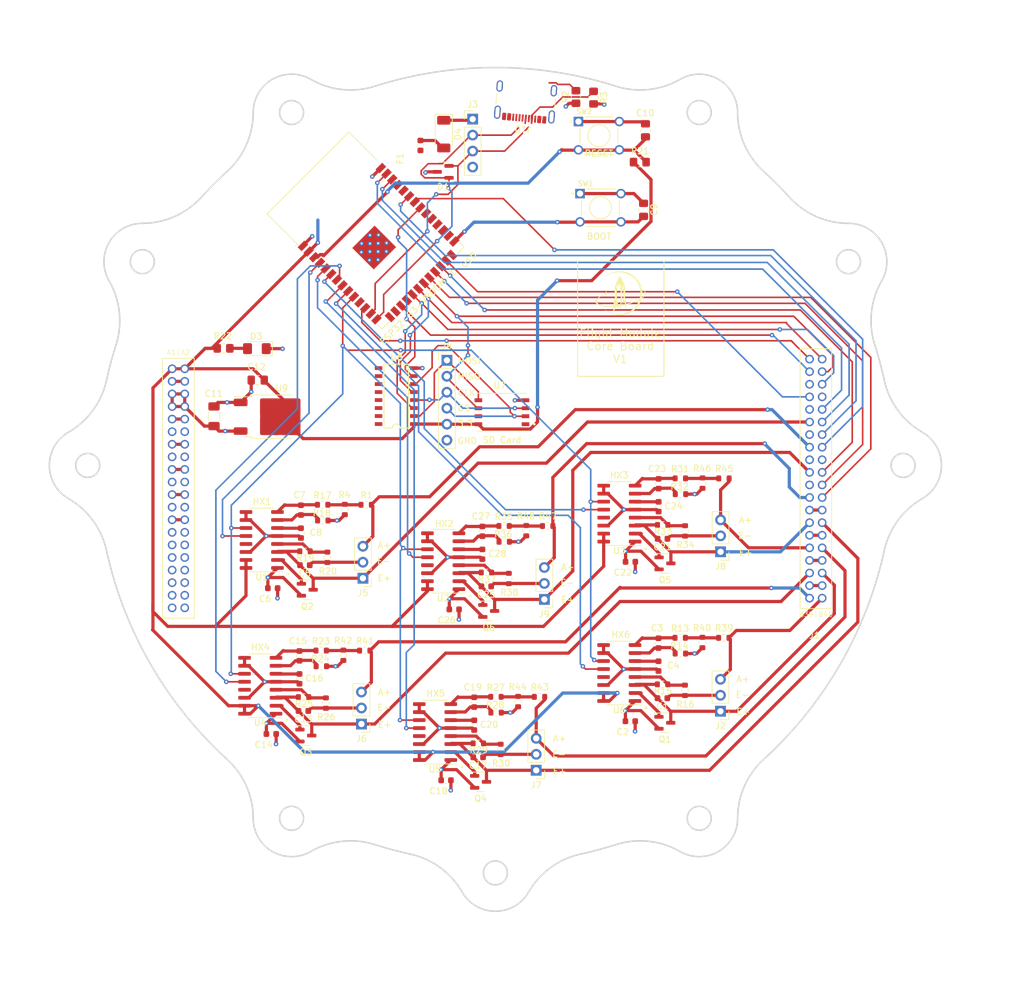
<source format=kicad_pcb>
(kicad_pcb (version 20221018) (generator pcbnew)
  (layers (0 "F.Cu" signal) (1 "In1.Cu" signal) (2 "In2.Cu" signal) (31 "B.Cu" signal) (34 "B.Paste" user) (35 "F.Paste" user) (36 "B.SilkS" user "B.Silkscreen") (37 "F.SilkS" user "F.Silkscreen") (38 "B.Mask" user) (39 "F.Mask" user) (44 "Edge.Cuts" user))
  (net 0 "")
  (net 1 "GND")
  (net 2 "/HX6_E+")
  (net 3 "Net-(U3-INA-)")
  (net 4 "Net-(U3-INA+)")
  (net 5 "Net-(U3-VBG)")
  (net 6 "/HX1_E+")
  (net 7 "Net-(U4-INA-)")
  (net 8 "Net-(U4-INA+)")
  (net 9 "Net-(U4-VBG)")
  (net 10 "/ESP32-S3-WROOM-1-Breakout/BOOT")
  (net 11 "/ESP32-S3-WROOM-1-Breakout/EN")
  (net 12 "/HX4_E+")
  (net 13 "/HX5_E+")
  (net 14 "/HX3_E+")
  (net 15 "/HX2_E+")
  (net 16 "/ESP32-S3-WROOM-1-Breakout/USB_D+")
  (net 17 "/ESP32-S3-WROOM-1-Breakout/USB_D-")
  (net 18 "Net-(D3-A)")
  (net 28 "+5V")
  (net 33 "+3.3V")
  (net 43 "/I2C_SDA")
  (net 44 "/SPI_CLK")
  (net 45 "/I2C_SCL")
  (net 46 "/SPI_MISO")
  (net 47 "/SPI_MOSI")
  (net 48 "/PYRO1EN")
  (net 49 "/TC1_CS")
  (net 50 "/TC2_CS")
  (net 51 "/TC3_CS")
  (net 52 "/HX1_A+")
  (net 53 "/TC4_CS")
  (net 54 "/PYRO2EN")
  (net 55 "/PYRO3EN")
  (net 56 "/HX2_A+")
  (net 57 "/PYRO4EN")
  (net 58 "/HX3_A+")
  (net 59 "/HX5_A+")
  (net 60 "/HX4_A+")
  (net 61 "/HX6_A+")
  (net 62 "Net-(R1-Pad2)")
  (net 63 "/SPI_MOSI_BUF")
  (net 64 "/SPI_CLK_BUF")
  (net 65 "/SD_CS_BUF")
  (net 66 "Net-(R13-Pad2)")
  (net 67 "Net-(R23-Pad2)")
  (net 68 "Net-(R27-Pad2)")
  (net 69 "Net-(R31-Pad2)")
  (net 70 "Net-(R35-Pad2)")
  (net 71 "Net-(Q1-B)")
  (net 72 "Net-(Q2-B)")
  (net 73 "Net-(Q3-B)")
  (net 74 "Net-(Q4-B)")
  (net 75 "Net-(Q5-B)")
  (net 76 "Net-(Q6-B)")
  (net 77 "Net-(U3-VFB)")
  (net 78 "Net-(U4-VFB)")
  (net 79 "/SD_CS")
  (net 80 "/HX_CLK")
  (net 81 "/HX6_DT")
  (net 83 "/HX1_DT")
  (net 85 "/HX2_DT")
  (net 86 "/HX3_DT")
  (net 87 "/HX4_DT")
  (net 88 "/HX5_DT")
  (net 89 "/ESP32-S3-WROOM-1-Breakout/IO18")
  (net 90 "/ESP32-S3-WROOM-1-Breakout/IO10")
  (net 91 "/ESP32-S3-WROOM-1-Breakout/IO38")
  (net 92 "/ESP32-S3-WROOM-1-Breakout/IO39")
  (net 93 "Net-(U6-INA-)")
  (net 94 "Net-(U6-INA+)")
  (net 95 "Net-(U6-VBG)")
  (net 96 "Net-(U1-INA-)")
  (net 97 "Net-(U1-INA+)")
  (net 98 "Net-(U1-VBG)")
  (net 99 "Net-(U5-INA-)")
  (net 100 "Net-(U5-INA+)")
  (net 101 "Net-(U5-VBG)")
  (net 102 "Net-(U2-INA-)")
  (net 103 "Net-(U2-INA+)")
  (net 104 "Net-(U2-VBG)")
  (net 105 "Net-(U6-VFB)")
  (net 106 "Net-(U1-VFB)")
  (net 107 "Net-(U5-VFB)")
  (net 108 "Net-(U2-VFB)")
  (net 131 "Net-(D4-A)")
  (net 132 "Net-(F1-Pad1)")
  (net 133 "Net-(J10-CC1)")
  (net 135 "Net-(J10-CC2)")
  (footprint "Resistor_SMD:R_0603_1608Metric" (layer "F.Cu") (at 133.615 126.7 90)
    (fp_text reference "R44")
    (fp_text value "2kΩ")
  )
  (footprint "Resistor_SMD:R_0603_1608Metric" (layer "F.Cu") (at 138.3075 98.795 180)
    (fp_text reference "R47")
    (fp_text value "100kΩ")
  )
  (footprint "Capacitor_SMD:C_0603_1608Metric" (layer "F.Cu") (at 126.64 126.8 90)
    (fp_text reference "C19")
    (fp_text value "0.1uF")
  )
  (footprint "Package_TO_SOT_SMD:SOT-23" (layer "F.Cu") (at 156.9475 104.735)
    (fp_text reference "Q5")
    (fp_text value "MMBT4403LT3G")
  )
  (footprint "Resistor_SMD:R_0603_1608Metric" (layer "F.Cu") (at 132.1325 107.14 90)
    (fp_text reference "R38")
    (fp_text value "8.2kΩ")
  )
  (footprint "Capacitor_SMD:C_0603_1608Metric" (layer "F.Cu") (at 126.64 130.45 90)
    (fp_text reference "C20")
    (fp_text value "0.1uF")
  )
  (footprint "Package_TO_SOT_SMD:SOT-23" (layer "F.Cu") (at 156.9275 130.075)
    (fp_text reference "Q1")
    (fp_text value "MMBT4403LT3G")
  )
  (footprint "Resistor_SMD:R_0603_1608Metric" (layer "F.Cu") (at 130.09 125.95)
    (fp_text reference "R27")
    (fp_text value "100Ω")
  )
  (footprint "Resistor_SMD:R_0603_1608Metric" (layer "F.Cu") (at 159.385 91.225)
    (fp_text reference "R31")
    (fp_text value "100Ω")
  )
  (footprint "Package_TO_SOT_SMD:SOT-23" (layer "F.Cu") (at 100.12 108.927)
    (fp_text reference "Q2")
    (fp_text value "MMBT4403LT3G")
  )
  (footprint "Diode_SMD:D_SOD-128" (layer "F.Cu") (at 121.8 36.5 -90)
    (fp_text reference "D4")
    (fp_text value "D_Schottky")
  )
  (footprint "Fuse:Fuse_0603_1608Metric" (layer "F.Cu") (at 118.1 38.3 90)
    (fp_text reference "F1")
    (fp_text value "500mA Fuse")
  )
  (footprint "Resistor_SMD:R_0603_1608Metric" (layer "F.Cu") (at 166.29 116.57 180)
    (fp_text reference "R39")
    (fp_text value "100kΩ")
  )
  (footprint "Resistor_SMD:R_0603_1608Metric" (layer "F.Cu") (at 102.35 121.09)
    (fp_text reference "R24")
    (fp_text value "100Ω")
  )
  (footprint "Capacitor_SMD:C_0603_1608Metric" (layer "F.Cu") (at 127.9325 99.64 90)
    (fp_text reference "C27")
    (fp_text value "0.1uF")
  )
  (footprint "Resistor_SMD:R_0603_1608Metric" (layer "F.Cu") (at 128.5825 106.19 180)
    (fp_text reference "R37")
    (fp_text value "20kΩ")
  )
  (footprint "Resistor_SMD:R_0603_1608Metric" (layer "F.Cu") (at 102.325 118.59)
    (fp_text reference "R23")
    (fp_text value "100Ω")
  )
  (footprint "Capacitor_SMD:C_0805_2012Metric_Pad1.18x1.45mm_HandSolder" (layer "F.Cu") (at 153.55 48.5375 -90)
    (fp_text reference "C9")
    (fp_text value "1uF")
  )
  (footprint "Package_TO_SOT_SMD:SOT-23" (layer "F.Cu") (at 121.7 42.5 180)
    (fp_text reference "D1")
    (fp_text value "PESD12VL2BT")
  )
  (footprint "Connector_PinHeader_2.54mm:PinHeader_1x03_P2.54mm_Vertical" (layer "F.Cu") (at 137.7825 110.465 180)
    (fp_text reference "J9")
    (fp_text value "Conn_01x03_Pin")
  )
  (footprint "star:star_8x7" (layer "F.Cu") (at 149.9262 61.7926)
    (fp_text reference "G***" hide)
    (fp_text value "LOGO" hide)
  )
  (footprint "LED_SMD:LED_1206_3216Metric_Pad1.42x1.75mm_HandSolder" (layer "F.Cu") (at 92.1125 70.6 180)
    (fp_text reference "D3")
    (fp_text value "GREEN")
  )
  (footprint "Connector_USB:USB_C_Receptacle_GCT_USB4105-xx-A_16P_TopMnt_Horizontal" (layer "F.Cu") (at 134.9 30.3 175)
    (fp_text reference "J10")
    (fp_text value "USB4105-GF-A")
  )
  (footprint "Capacitor_SMD:C_0603_1608Metric" (layer "F.Cu") (at 94.4 131.85 180)
    (fp_text reference "C14")
    (fp_text value "10uF")
  )
  (footprint "Resistor_SMD:R_0603_1608Metric" (layer "F.Cu") (at 105.85 119.34 90)
    (fp_text reference "R42")
    (fp_text value "2kΩ")
  )
  (footprint "Package_SO:SOP-16_3.9x9.9mm_P1.27mm" (layer "F.Cu") (at 92.65 124.19 180)
    (fp_text reference "U4")
    (fp_text value "HX711")
  )
  (footprint "Resistor_SMD:R_0603_1608Metric" (layer "F.Cu") (at 131.3825 98.79)
    (fp_text reference "R35")
    (fp_text value "100Ω")
  )
  (footprint "RF_Module:ESP32-S3-WROOM-1" (layer "F.Cu") (at 109.341279 51.799857 45)
    (fp_text reference "U10")
    (fp_text value "ESP32-S3-WROOM-1-N16R2")
  )
  (footprint "Capacitor_SMD:C_0603_1608Metric" (layer "F.Cu") (at 155.915 121.065 90)
    (fp_text reference "C4")
    (fp_text value "0.1uF")
  )
  (footprint "Capacitor_SMD:C_0603_1608Metric" (layer "F.Cu") (at 99.7325 105.017 180)
    (fp_text reference "C5")
    (fp_text value "10uF")
  )
  (footprint "Capacitor_SMD:C_0603_1608Metric" (layer "F.Cu") (at 128.5575 108.39 180)
    (fp_text reference "C25")
    (fp_text value "10uF")
  )
  (footprint "Capacitor_SMD:C_0603_1608Metric" (layer "F.Cu") (at 151.46 104.485 180)
    (fp_text reference "C22")
    (fp_text value "10uF")
  )
  (footprint "Capacitor_SMD:C_0603_1608Metric" (layer "F.Cu") (at 94.6325 108.677 180)
    (fp_text reference "C6")
    (fp_text value "10uF")
  )
  (footprint "Capacitor_SMD:C_0805_2012Metric_Pad1.18x1.45mm_HandSolder" (layer "F.Cu") (at 92.25 75.6 180)
    (fp_text reference "C12")
    (fp_text value "22uF")
  )
  (footprint "Capacitor_SMD:C_0603_1608Metric" (layer "F.Cu") (at 127.265 135.55 180)
    (fp_text reference "C17")
    (fp_text value "10uF")
  )
  (footprint "Capacitor_SMD:C_0603_1608Metric" (layer "F.Cu") (at 155.935 92.075 90)
    (fp_text reference "C23")
    (fp_text value "0.1uF")
  )
  (footprint "Resistor_SMD:R_0805_2012Metric_Pad1.20x1.40mm_HandSolder" (layer "F.Cu") (at 145.6 30.7 -90)
    (fp_text reference "R3")
    (fp_text value "5.1k")
  )
  (footprint "Capacitor_SMD:C_1206_3216Metric_Pad1.33x1.80mm_HandSolder" (layer "F.Cu") (at 85.3 81.35 90)
    (fp_text reference "C11")
    (fp_text value "10uF")
  )
  (footprint "Resistor_SMD:R_0603_1608Metric" (layer "F.Cu") (at 130.115 128.45)
    (fp_text reference "R28")
    (fp_text value "100Ω")
  )
  (footprint "Capacitor_SMD:C_0603_1608Metric" (layer "F.Cu") (at 156.56 100.825 180)
    (fp_text reference "C21")
    (fp_text value "10uF")
  )
  (footprint "Capacitor_SMD:C_0805_2012Metric_Pad1.18x1.45mm_HandSolder" (layer "F.Cu") (at 153.85 35.9 -90)
    (fp_text reference "C10")
    (fp_text value "1uF")
  )
  (footprint "Resistor_SMD:R_0603_1608Metric" (layer "F.Cu") (at 109.4825 95.422 180)
    (fp_text reference "R1")
    (fp_text value "100kΩ")
  )
  (footprint "Resistor_SMD:R_0603_1608Metric" (layer "F.Cu") (at 156.585 98.625 180)
    (fp_text reference "R33")
    (fp_text value "20kΩ")
  )
  (footprint "Connector_PinHeader_2.54mm:PinHeader_1x03_P2.54mm_Vertical" (layer "F.Cu") (at 165.785 102.9 180)
    (fp_text reference "J8")
    (fp_text value "Conn_01x03_Pin")
  )
  (footprint "Stack_Shape:Stack_Shape" (layer "F.Cu") (at 131.05 90.313169)
    (fp_text reference "J1")
    (fp_text value "Stack_Shape")
    (fp_arc (start -68.865786 4.12567) (mid -71.90894 -1.15082) (end -68.865786 -6.42731) (stroke (width 0.25)) (layer "Edge.Cuts"))
    (fp_arc (start -68.865786 4.12567) (mid -64.972067 7.625074) (end -62.820707 12.39776) (stroke (width 0.25)) (layer "Edge.Cuts"))
    (fp_arc (start -62.820707 -14.6994) (mid -64.972067 -9.926714) (end -68.865786 -6.42731) (stroke (width 0.25)) (layer "Edge.Cuts"))
    (fp_arc (start -62.820707 -14.6994) (mid -62.133886 -17.52009) (end -61.318346 -20.306289) (stroke (width 0.25)) (layer "Edge.Cuts"))
    (fp_arc (start -62.417492 -30.492668) (mid -60.795135 -25.515236) (end -61.318346 -20.306289) (stroke (width 0.25)) (layer "Edge.Cuts"))
    (fp_arc (start -62.417492 -30.492668) (mid -62.414696 -36.58382) (end -57.141002 -39.631817) (stroke (width 0.25)) (layer "Edge.Cuts"))
    (fp_arc (start -47.769766 -43.773118) (mid -52.019241 -40.715531) (end -57.141002 -39.631817) (stroke (width 0.25)) (layer "Edge.Cuts"))
    (fp_arc (start -47.769766 -43.773118) (mid -45.764615 -45.872495) (end -43.665238 -47.877646) (stroke (width 0.25)) (layer "Edge.Cuts"))
    (fp_arc (start -43.665238 45.576006) (mid -55.815583 30.47218) (end -62.820707 12.39776) (stroke (width 0.25)) (layer "Edge.Cuts"))
    (fp_arc (start -43.665238 45.576006) (mid -40.607651 49.825481) (end -39.523937 54.947242) (stroke (width 0.25)) (layer "Edge.Cuts"))
    (fp_arc (start -39.523937 -57.248882) (mid -40.607651 -52.127121) (end -43.665238 -47.877646) (stroke (width 0.25)) (layer "Edge.Cuts"))
    (fp_arc (start -39.523937 -57.248882) (mid -36.47594 -62.522576) (end -30.384788 -62.525372) (stroke (width 0.25)) (layer "Edge.Cuts"))
    (fp_arc (start -30.384788 60.223732) (mid -36.47594 60.220936) (end -39.523937 54.947242) (stroke (width 0.25)) (layer "Edge.Cuts"))
    (fp_arc (start -30.384788 60.223732) (mid -25.407356 58.601375) (end -20.198409 59.124586) (stroke (width 0.25)) (layer "Edge.Cuts"))
    (fp_arc (start -20.198409 -61.426226) (mid -25.407356 -60.903015) (end -30.384788 -62.525372) (stroke (width 0.25)) (layer "Edge.Cuts"))
    (fp_arc (start -20.198409 -61.426226) (mid -1.04294 -64.39682) (end 18.112529 -61.426226) (stroke (width 0.25)) (layer "Edge.Cuts"))
    (fp_arc (start -14.59152 60.626947) (mid -17.41221 59.940126) (end -20.198409 59.124586) (stroke (width 0.25)) (layer "Edge.Cuts"))
    (fp_arc (start -14.59152 60.626947) (mid -9.818834 62.778307) (end -6.31943 66.672026) (stroke (width 0.25)) (layer "Edge.Cuts"))
    (fp_arc (start 4.23355 66.672026) (mid -1.04294 69.71518) (end -6.31943 66.672026) (stroke (width 0.25)) (layer "Edge.Cuts"))
    (fp_arc (start 4.23355 66.672026) (mid 7.732954 62.778306) (end 12.50564 60.626947) (stroke (width 0.25)) (layer "Edge.Cuts"))
    (fp_arc (start 18.112529 59.124586) (mid 15.326329 59.940125) (end 12.50564 60.626947) (stroke (width 0.25)) (layer "Edge.Cuts"))
    (fp_arc (start 18.112529 59.124586) (mid 23.321474 58.60138) (end 28.298908 60.223732) (stroke (width 0.25)) (layer "Edge.Cuts"))
    (fp_arc (start 28.298908 -62.525372) (mid 23.321476 -60.903012) (end 18.112529 -61.426226) (stroke (width 0.25)) (layer "Edge.Cuts"))
    (fp_arc (start 28.298908 -62.525372) (mid 34.390059 -62.522577) (end 37.438057 -57.248882) (stroke (width 0.25)) (layer "Edge.Cuts"))
    (fp_arc (start 37.438057 54.947242) (mid 34.390073 60.220955) (end 28.298908 60.223732) (stroke (width 0.25)) (layer "Edge.Cuts"))
    (fp_arc (start 37.438057 54.947242) (mid 38.521763 49.825477) (end 41.579358 45.576006) (stroke (width 0.25)) (layer "Edge.Cuts"))
    (fp_arc (start 41.579358 -47.877646) (mid 38.521771 -52.127121) (end 37.438057 -57.248882) (stroke (width 0.25)) (layer "Edge.Cuts"))
    (fp_arc (start 41.579358 -47.877646) (mid 43.678735 -45.872495) (end 45.683886 -43.773118) (stroke (width 0.25)) (layer "Edge.Cuts"))
    (fp_arc (start 55.055122 -39.631817) (mid 49.933357 -40.715523) (end 45.683886 -43.773118) (stroke (width 0.25)) (layer "Edge.Cuts"))
    (fp_arc (start 55.055122 -39.631817) (mid 60.328894 -36.583833) (end 60.331612 -30.492668) (stroke (width 0.25)) (layer "Edge.Cuts"))
    (fp_arc (start 59.232466 -20.306289) (mid 58.709255 -25.515236) (end 60.331612 -30.492668) (stroke (width 0.25)) (layer "Edge.Cuts"))
    (fp_arc (start 59.232466 -20.306289) (mid 60.048005 -17.520089) (end 60.734827 -14.6994) (stroke (width 0.25)) (layer "Edge.Cuts"))
    (fp_arc (start 60.734827 12.39776) (mid 53.729703 30.47218) (end 41.579358 45.576006) (stroke (width 0.25)) (layer "Edge.Cuts"))
    (fp_arc (start 60.734827 12.39776) (mid 62.886199 7.625083) (end 66.779906 4.12567) (stroke (width 0.25)) (layer "Edge.Cuts"))
    (fp_arc (start 66.779906 -6.42731) (mid 62.886186 -9.926714) (end 60.734827 -14.6994) (stroke (width 0.25)) (layer "Edge.Cuts"))
    (fp_arc (start 66.779906 -6.42731) (mid 69.82306 -1.15082) (end 66.779906 4.12567) (stroke (width 0.25)) (layer "Edge.Cuts"))
    (fp_circle (center -65.81294 -1.15082) (end -63.90794 -1.15082) (stroke (width 0.25)) (fill none) (layer "Edge.Cuts"))
    (fp_circle (center -57.135405 -33.53582) (end -55.230405 -33.53582) (stroke (width 0.25)) (fill none) (layer "Edge.Cuts"))
    (fp_circle (center -33.42794 -57.243285) (end -31.52294 -57.243285) (stroke (width 0.25)) (fill none) (layer "Edge.Cuts"))
    (fp_circle (center -33.42794 54.941645) (end -31.52294 54.941645) (stroke (width 0.25)) (fill none) (layer "Edge.Cuts"))
    (fp_circle (center -1.04294 63.61918) (end 0.86206 63.61918) (stroke (width 0.25)) (fill none) (layer "Edge.Cuts"))
    (fp_circle (center 31.34206 -57.243285) (end 33.24706 -57.243285) (stroke (width 0.25)) (fill none) (layer "Edge.Cuts"))
    (fp_circle (center 31.34206 54.941645) (end 33.24706 54.941645) (stroke (width 0.25)) (fill none) (layer "Edge.Cuts"))
    (fp_circle (center 55.049525 -33.53582) (end 56.954525 -33.53582) (stroke (width 0.25)) (fill none) (layer "Edge.Cuts"))
    (fp_circle (center 63.72706 -1.15082) (end 65.63206 -1.15082) (stroke (width 0.25)) (fill none) (layer "Edge.Cuts"))
  )
  (footprint "Resistor_SMD:R_0603_1608Metric" (layer "F.Cu") (at 130.84 134.3 90)
    (fp_text reference "R30")
    (fp_text value "8.2kΩ")
  )
  (footprint "Capacitor_SMD:C_0603_1608Metric" (layer "F.Cu") (at 98.875 119.44 90)
    (fp_text reference "C15")
    (fp_text value "0.1uF")
  )
  (footprint "Capacitor_SMD:C_0603_1608Metric" (layer "F.Cu") (at 127.9325 103.29 90)
    (fp_text reference "C28")
    (fp_text value "0.1uF")
  )
  (footprint "Capacitor_SMD:C_0603_1608Metric" (layer "F.Cu") (at 123.4575 112.05 180)
    (fp_text reference "C26")
    (fp_text value "10uF")
  )
  (footprint "Resistor_SMD:R_0603_1608Metric" (layer "F.Cu") (at 160.115 124.915 90)
    (fp_text reference "R16")
    (fp_text value "8.2kΩ")
  )
  (footprint "Resistor_SMD:R_0603_1608Metric" (layer "F.Cu") (at 99.525 125.99 180)
    (fp_text reference "R25")
    (fp_text value "20kΩ")
  )
  (footprint "Connector_PinHeader_2.54mm:PinHeader_1x03_P2.54mm_Vertical" (layer "F.Cu") (at 108.9575 107.092 180)
    (fp_text reference "J5")
    (fp_text value "Conn_01x03_Pin")
  )
  (footprint "Capacitor_SMD:C_0603_1608Metric" (layer "F.Cu") (at 151.44 129.825 180)
    (fp_text reference "C2")
    (fp_text value "10uF")
  )
  (footprint "Package_TO_SOT_SMD:SOT-23" (layer "F.Cu") (at 99.8875 132.1)
    (fp_text reference "Q3")
    (fp_text value "MMBT4403LT3G")
  )
  (footprint "Package_SO:SOP-16_3.9x9.9mm_P1.27mm" (layer "F.Cu") (at 120.415 131.55 180)
    (fp_text reference "U5")
    (fp_text value "HX711")
  )
  (footprint "Resistor_SMD:R_0603_1608Metric" (layer "F.Cu") (at 156.565 123.965 180)
    (fp_text reference "R15")
    (fp_text value "20kΩ")
  )
  (footprint "Resistor_SMD:R_0603_1608Metric" (layer "F.Cu") (at 131.4075 101.29)
    (fp_text reference "R36")
    (fp_text value "100Ω")
  )
  (footprint "Package_SO:SOP-16_3.9x9.9mm_P1.27mm" (layer "F.Cu") (at 121.7075 104.39 180)
    (fp_text reference "U2")
    (fp_text value "HX711")
  )
  (footprint "Capacitor_SMD:C_0603_1608Metric" (layer "F.Cu") (at 122.165 139.21 180)
    (fp_text reference "C18")
    (fp_text value "10uF")
  )
  (footprint "Resistor_SMD:R_0603_1608Metric" (layer "F.Cu") (at 127.29 133.35 180)
    (fp_text reference "R29")
    (fp_text value "20kΩ")
  )
  (footprint "Resistor_SMD:R_0603_1608Metric" (layer "F.Cu") (at 159.365 116.565)
    (fp_text reference "R13")
    (fp_text value "100Ω")
  )
  (footprint "1825910-6:SW_1825910-6-4" (layer "F.Cu") (at 146.7 48.2)
    (fp_text reference "SW1")
    (fp_text value "1825910-6")
  )
  (footprint "Connector_PinHeader_2.54mm:PinHeader_1x03_P2.54mm_Vertical" (layer "F.Cu") (at 136.49 137.625 180)
    (fp_text reference "J7")
    (fp_text value "Conn_01x03_Pin")
  )
  (footprint "Connector_PinHeader_2.54mm:PinHeader_1x06_P2.54mm_Vertical" (layer "F.Cu") (at 122.3 72.45)
    (fp_text reference "J4")
    (fp_text value "Conn_01x06_Pin")
  )
  (footprint "Resistor_SMD:R_0603_1608Metric" (layer "F.Cu") (at 159.41 93.725)
    (fp_text reference "R32")
    (fp_text value "100Ω")
  )
  (footprint "Resistor_SMD:R_0603_1608Metric" (layer "F.Cu") (at 103.3075 103.767 90)
    (fp_text reference "R20")
    (fp_text value "8.2kΩ")
  )
  (footprint "Resistor_SMD:R_0603_1608Metric" (layer "F.Cu") (at 160.135 99.575 90)
    (fp_text reference "R34")
    (fp_text value "8.2kΩ")
  )
  (footprint "Capacitor_SMD:C_0603_1608Metric" (layer "F.Cu") (at 99.1075 96.267 90)
    (fp_text reference "C7")
    (fp_text value "0.1uF")
  )
  (footprint "Resistor_SMD:R_0603_1608Metric" (layer "F.Cu") (at 103.075 126.94 90)
    (fp_text reference "R26")
    (fp_text value "8.2kΩ")
  )
  (footprint "XTSD04GLGEAG:SON127P600X800X95-8N" (layer "F.Cu") (at 131.045 80.71 180)
    (fp_text reference "U7")
    (fp_text value "XTSD04GLGEAG")
  )
  (footprint "Resistor_SMD:R_0603_1608Metric" (layer "F.Cu") (at 102.5825 97.917)
    (fp_text reference "R18")
    (fp_text value "100Ω")
  )
  (footprint "Connector_PinHeader_2.54mm:PinHeader_1x03_P2.54mm_Vertical" (layer "F.Cu") (at 165.765 128.24 180)
    (fp_text reference "J2")
    (fp_text value "Conn_01x03_Pin")
  )
  (footprint "Resistor_SMD:R_0603_1608Metric" (layer "F.Cu") (at 109.25 118.595 180)
    (fp_text reference "R41")
    (fp_text value "100kΩ")
  )
  (footprint "Package_TO_SOT_SMD:SOT-23" (layer "F.Cu") (at 128.945 112.3)
    (fp_text reference "Q6")
    (fp_text value "MMBT4403LT3G")
  )
  (footprint "Resistor_SMD:R_0603_1608Metric" (layer "F.Cu") (at 162.91 91.975 90)
    (fp_text reference "R46")
    (fp_text value "2kΩ")
  )
  (footprint "Package_TO_SOT_SMD:TO-252-2" (layer "F.Cu") (at 94.565 81.425)
    (fp_text reference "U9")
    (fp_text value "AZ1084-3.3")
  )
  (footprint "Resistor_SMD:R_0805_2012Metric_Pad1.20x1.40mm_HandSolder" (layer "F.Cu") (at 142.8 30.6 90)
    (fp_text reference "R2")
    (fp_text value "5.1k")
  )
  (footprint "Package_TO_SOT_SMD:SOT-23" (layer "F.Cu") (at 127.6525 139.46)
    (fp_text reference "Q4")
    (fp_text value "MMBT4403LT3G")
  )
  (footprint "Connector_PinHeader_2.54mm:PinHeader_1x04_P2.54mm_Vertical" (layer "F.Cu") (at 126.4 34.12)
    (fp_text reference "J3")
    (fp_text value "Probe_points")
  )
  (footprint "Resistor_SMD:R_0603_1608Metric" (layer "F.Cu") (at 166.31 91.23 180)
    (fp_text reference "R45")
    (fp_text value "100kΩ")
  )
  (footprint "Resistor_SMD:R_0603_1608Metric" (layer "F.Cu") (at 99.7575 102.817 180)
    (fp_text reference "R19")
    (fp_text value "20kΩ")
  )
  (footprint "Resistor_SMD:R_0603_1608Metric" (layer "F.Cu") (at 159.39 119.065)
    (fp_text reference "R14")
    (fp_text value "100Ω")
  )
  (footprint "Package_SO:SOP-16_3.9x9.9mm_P1.27mm" (layer "F.Cu") (at 149.71 96.825 180)
    (fp_text reference "U3")
    (fp_text value "HX711")
  )
  (footprint "Resistor_SMD:R_0603_1608Metric" (layer "F.Cu") (at 106.0825 96.167 90)
    (fp_text reference "R4")
    (fp_text value "2kΩ")
  )
  (footprint "Package_SO:SOP-16_3.9x9.9mm_P1.27mm" (layer "F.Cu") (at 149.69 122.165 180)
    (fp_text reference "U6")
    (fp_text value "HX711")
  )
  (footprint "Resistor_SMD:R_0603_1608Metric" (layer "F.Cu") (at 134.9075 99.54 90)
    (fp_text reference "R48")
    (fp_text value "2kΩ")
  )
  (footprint "Capacitor_SMD:C_0603_1608Metric" (layer "F.Cu") (at 155.915 117.415 90)
    (fp_text reference "C3")
    (fp_text value "0.1uF")
  )
  (footprint "Connector_PinHeader_2.54mm:PinHeader_1x03_P2.54mm_Vertical" (layer "F.Cu") (at 108.725 130.265 180)
    (fp_text reference "J6")
    (fp_text value "Conn_01x03_Pin")
  )
  (footprint "Resistor_SMD:R_0603_1608Metric" (layer "F.Cu") (at 102.5575 95.417)
    (fp_text reference "R17")
    (fp_text value "100Ω")
  )
  (footprint "Capacitor_SMD:C_0603_1608Metric" (layer "F.Cu") (at 155.935 95.725 90)
    (fp_text reference "C24")
    (fp_text value "0.1uF")
  )
  (footprint "Resistor_SMD:R_0805_2012Metric_Pad1.20x1.40mm_HandSolder" (layer "F.Cu") (at 86.8125 70.55 180)
    (fp_text reference "R22")
    (fp_text value "300")
  )
  (footprint "Capacitor_SMD:C_0603_1608Metric" (layer "F.Cu") (at 98.875 123.09 90)
    (fp_text reference "C16")
    (fp_text value "0.1uF")
  )
  (footprint "Capacitor_SMD:C_0603_1608Metric" (layer "F.Cu") (at 156.54 126.165 180)
    (fp_text reference "C1")
    (fp_text value "10uF")
  )
  (footprint "Resistor_SMD:R_0805_2012Metric_Pad1.20x1.40mm_HandSolder" (layer "F.Cu") (at 152.95 40.95)
    (fp_text reference "R21")
    (fp_text value "10k")
  )
  (footprint "Capacitor_SMD:C_0603_1608Metric" (layer "F.Cu") (at 99.1075 99.917 90)
    (fp_text reference "C8")
    (fp_text value "0.1uF")
  )
  (footprint "Package_SO:SOP-16_3.9x9.9mm_P1.27mm" (layer "F.Cu") (at 92.8825 101.017 180)
    (fp_text reference "U1")
    (fp_text value "HX711")
  )
  (footprint "Capacitor_SMD:C_0603_1608Metric" (layer "F.Cu") (at 99.5 128.19 180)
    (fp_text reference "C13")
    (fp_text value "10uF")
  )
  (footprint "74HC4050D:SO16" (layer "F.Cu") (at 114.25 78.14 90)
    (fp_text reference "U8")
    (fp_text value "74HC4050D")
  )
  (footprint "1825910-6:SW_1825910-6-4" (layer "F.Cu") (at 146.45 36.75)
    (fp_text reference "SW2")
    (fp_text value "1825910-6")
  )
  (footprint "Resistor_SMD:R_0603_1608Metric" (layer "F.Cu") (at 162.89 117.315 90)
    (fp_text reference "R40")
    (fp_text value "2kΩ")
  )
  (footprint "Resistor_SMD:R_0603_1608Metric" (layer "F.Cu") (at 137.015 125.955 180)
    (fp_text reference "R43")
    (fp_text value "100kΩ")
  )
  (gr_rect (start 143.0682 56.7126) (end 156.7842 75.0006) (stroke (width 0.15)) (fill none) (layer "F.SilkS"))
  (gr_text "E+" (at 140.35 111.1) (layer "F.SilkS") (effects (font (size 1 1)) (justify left bottom)))
  (gr_text "SD Card" (at 127.9 85.7) (layer "F.SilkS") (effects (font (size 1 1)) (justify left bottom)))
  (gr_text "ESP32-S3-VROOM-1" (at 112.25 70.2 45) (layer "F.SilkS") (effects (font (size 1 1)) (justify left bottom)))
  (gr_text "A+" (at 140.35 105.9) (layer "F.SilkS") (effects (font (size 1 1)) (justify left bottom)))
  (gr_text "A+" (at 168.6 98.4) (layer "F.SilkS") (effects (font (size 1 1)) (justify left bottom)))
  (gr_text "E+" (at 168.2 128.9) (layer "F.SilkS") (effects (font (size 1 1)) (justify left bottom)))
  (gr_text "E-" (at 168.1 126.2) (layer "F.SilkS") (effects (font (size 1 1)) (justify left bottom)))
  (gr_text "A+" (at 139.05 133.15) (layer "F.SilkS") (effects (font (size 1 1)) (justify left bottom)))
  (gr_text "MISO" (at 123.9 75.6) (layer "F.SilkS") (effects (font (size 1 1)) (justify left bottom)))
  (gr_text "E+" (at 139.05 138.35) (layer "F.SilkS") (effects (font (size 1 1)) (justify left bottom)))
  (gr_text "E-" (at 138.95 135.65) (layer "F.SilkS") (effects (font (size 1 1)) (justify left bottom)))
  (gr_text "E+" (at 168.6 103.6) (layer "F.SilkS") (effects (font (size 1 1)) (justify left bottom)))
  (gr_text "HX2" (at 120.3 99) (layer "F.SilkS") (effects (font (size 1 1)) (justify left bottom)))
  (gr_text "MOSI" (at 123.95 73.15) (layer "F.SilkS") (effects (font (size 1 1)) (justify left bottom)))
  (gr_text "HX3" (at 148.1 91.3) (layer "F.SilkS") (effects (font (size 1 1)) (justify left bottom)))
  (gr_text "HX4" (at 91.1 118.65) (layer "F.SilkS") (effects (font (size 1 1)) (justify left bottom)))
  (gr_text "E+" (at 111.25 130.95) (layer "F.SilkS") (effects (font (size 1 1)) (justify left bottom)))
  (gr_text "Flight Module\nCore Board\nV1" (at 149.85 70.2) (layer "F.SilkS") (effects (font (size 1.27 1.27))))
  (gr_text "RESET" (at 144.1 40.15) (layer "F.SilkS") (effects (font (size 1 1)) (justify left bottom)))
  (gr_text "E+" (at 111.2 107.65) (layer "F.SilkS") (effects (font (size 1 1)) (justify left bottom)))
  (gr_text "CS" (at 123.95 80.65) (layer "F.SilkS") (effects (font (size 1 1)) (justify left bottom)))
  (gr_text "CLK" (at 123.95 78.2) (layer "F.SilkS") (effects (font (size 1 1)) (justify left bottom)))
  (gr_text "A+" (at 168.2 123.7) (layer "F.SilkS") (effects (font (size 1 1)) (justify left bottom)))
  (gr_text "GND" (at 123.9 85.85) (layer "F.SilkS") (effects (font (size 1 1)) (justify left bottom)))
  (gr_text "E-" (at 111.1 104.95) (layer "F.SilkS") (effects (font (size 1 1)) (justify left bottom)))
  (gr_text "HX1" (at 91.35 95.5) (layer "F.SilkS") (effects (font (size 1 1)) (justify left bottom)))
  (gr_text "A+" (at 111.2 102.45) (layer "F.SilkS") (effects (font (size 1 1)) (justify left bottom)))
  (gr_text "BOOT" (at 144.45 53.35) (layer "F.SilkS") (effects (font (size 1 1)) (justify left bottom)))
  (gr_text "HX6" (at 148.35 116.65) (layer "F.SilkS") (effects (font (size 1 1)) (justify left bottom)))
  (gr_text "E-" (at 168.5 100.9) (layer "F.SilkS") (effects (font (size 1 1)) (justify left bottom)))
  (gr_text "E-" (at 140.25 108.4) (layer "F.SilkS") (effects (font (size 1 1)) (justify left bottom)))
  (gr_text "E-" (at 111.15 128.25) (layer "F.SilkS") (effects (font (size 1 1)) (justify left bottom)))
  (gr_text "HX5" (at 118.95 126) (layer "F.SilkS") (effects (font (size 1 1)) (justify left bottom)))
  (gr_text "3.3" (at 123.9 83.1) (layer "F.SilkS") (effects (font (size 1 1)) (justify left bottom)))
  (gr_text "A+" (at 111.25 125.75) (layer "F.SilkS") (effects (font (size 1 1)) (justify left bottom)))
  (segment (start 147.870553 98.73) (end 150.410553 96.19) (width 0.508) (layer "F.Cu") (net 1))
  (segment (start 149.95 34.5) (end 150 34.55) (width 0.508) (layer "F.Cu") (net 1))
  (segment (start 90.810553 121.015) (end 90.15 121.015) (width 0.508) (layer "F.Cu") (net 1))
  (segment (start 150.390553 121.53) (end 147.850553 118.99) (width 0.508) (layer "F.Cu") (net 1))
  (segment (start 91.2125 75.6) (end 91.2125 77.4575) (width 0.508) (layer "F.Cu") (net 1))
  (segment (start 134.79 78.805) (end 133.11 78.805) (width 0.508) (layer "F.Cu") (net 1))
  (segment (start 161.985 93.725) (end 161.66 93.725) (width 0.508) (layer "F.Cu") (net 1))
  (segment (start 78.65 75.8) (end 80.65 75.8) (width 0.508) (layer "F.Cu") (net 1))
  (segment (start 147.2 31.7) (end 147.3 31.8) (width 0.508) (layer "F.Cu") (net 1))
  (segment (start 122.94 139.21) (end 122.94 140.785) (width 0.508) (layer "F.Cu") (net 1))
  (segment (start 142.8 34.55) (end 142.85 34.5) (width 0.508) (layer "F.Cu") (net 1))
  (segment (start 78.65 89.8) (end 80.65 89.8) (width 0.508) (layer "F.Cu") (net 1))
  (segment (start 105.1575 97.917) (end 106.0825 96.992) (width 0.508) (layer "F.Cu") (net 1))
  (segment (start 147.19 124.07) (end 147.850553 124.07) (width 0.508) (layer "F.Cu") (net 1))
  (segment (start 117.05 73.695) (end 118.395 73.695) (width 0.508) (layer "F.Cu") (net 1))
  (segment (start 150 34.55) (end 153.175 34.55) (width 0.508) (layer "F.Cu") (net 1))
  (segment (start 91.2125 77.4575) (end 89.525 79.145) (width 0.508) (layer "F.Cu") (net 1))
  (segment (start 120.7625 42.5) (end 119 42.5) (width 0.508) (layer "F.Cu") (net 1))
  (segment (start 147.21 93.65) (end 147.21 92.38) (width 0.508) (layer "F.Cu") (net 1))
  (segment (start 133.9825 101.29) (end 134.9075 100.365) (width 0.508) (layer "F.Cu") (net 1))
  (segment (start 119 42.5) (end 118.9 42.6) (width 0.508) (layer "F.Cu") (net 1))
  (segment (start 179.92 108.263069) (end 181.92 108.263069) (width 0.508) (layer "F.Cu") (net 1))
  (segment (start 100.74 127.725) (end 108.725 127.725) (width 0.508) (layer "F.Cu") (net 1))
  (segment (start 100.5075 105.017) (end 100.9725 104.552) (width 0.508) (layer "F.Cu") (net 1))
  (segment (start 96.1625 70.6) (end 96.1875 70.625) (width 0.508) (layer "F.Cu") (net 1))
  (segment (start 91.043053 102.922) (end 93.583053 100.382) (width 0.508) (layer "F.Cu") (net 1))
  (segment (start 117.915 128.375) (end 117.915 127.105) (width 0.508) (layer "F.Cu") (net 1))
  (segment (start 152.21 96.19) (end 155.625 96.19) (width 0.508) (layer "F.Cu") (net 1))
  (segment (start 152.235 106.06) (end 152.21 106.085) (width 0.508) (layer "F.Cu") (net 1))
  (segment (start 149.95 45.95) (end 152 45.95) (width 0.508) (layer "F.Cu") (net 1))
  (segment (start 157.335 100.825) (end 157.8 100.36) (width 0.508) (layer "F.Cu") (net 1))
  (segment (start 90.15 126.095) (end 90.810553 126.095) (width 0.508) (layer "F.Cu") (net 1))
  (segment (start 99.434713 54.26766) (end 99.434713 54.215287) (width 0.508) (layer "F.Cu") (net 1))
  (segment (start 145.6 31.7) (end 147.2 31.7) (width 0.508) (layer "F.Cu") (net 1))
  (segment (start 128.505 135.085) (end 136.49 135.085) (width 0.508) (layer "F.Cu") (net 1))
  (segment (start 100.275 128.19) (end 100.74 127.725) (width 0.508) (layer "F.Cu") (net 1))
  (segment (start 93.6 70.6) (end 96.1625 70.6) (width 0.508) (layer "F.Cu") (net 1))
  (segment (start 161.985 93.725) (end 162.91 92.8) (width 0.508) (layer "F.Cu") (net 1))
  (segment (start 118.395 73.695) (end 118.4 73.7) (width 0.508) (layer "F.Cu") (net 1))
  (segment (start 105.1575 97.917) (end 104.8325 97.917) (width 0.508) (layer "F.Cu") (net 1))
  (segment (start 78.65 81.8) (end 80.65 81.8) (width 0.508) (layer "F.Cu") (net 1))
  (segment (start 155.605 121.53) (end 155.915 121.84) (width 0.508) (layer "F.Cu") (net 1))
  (segment (start 157.78 125.7) (end 165.765 125.7) (width 0.508) (layer "F.Cu") (net 1))
  (segment (start 85.9425 79.145) (end 85.3 79.7875) (width 0.508) (layer "F.Cu") (net 1))
  (segment (start 119.2075 101.215) (end 119.2075 99.945) (width 0.508) (layer "F.Cu") (net 1))
  (segment (start 78.65 85.8) (end 80.65 85.8) (width 0.508) (layer "F.Cu") (net 1))
  (segment (start 152.235 104.485) (end 152.235 106.06) (width 0.508) (layer "F.Cu") (net 1))
  (segment (start 91.043053 97.842) (end 90.3825 97.842) (width 0.508) (layer "F.Cu") (net 1))
  (segment (start 160.215 119.065) (end 161.64 119.065) (width 0.508) (layer "F.Cu") (net 1))
  (segment (start 90.15 121.015) (end 90.15 119.745) (width 0.508) (layer "F.Cu") (net 1))
  (segment (start 128.04 135.55) (end 128.505 135.085) (width 0.508) (layer "F.Cu") (net 1))
  (segment (start 89.525 79.145) (end 85.9425 79.145) (width 0.508) (layer "F.Cu") (net 1))
  (segment (start 95.3825 100.382) (end 98.7975 100.382) (width 0.508) (layer "F.Cu") (net 1))
  (segment (start 124.2325 113.625) (end 124.2075 113.65) (width 0.508) (layer "F.Cu") (net 1))
  (segment (start 147.870553 93.65) (end 147.21 93.65) (width 0.508) (layer "F.Cu") (net 1))
  (segment (start 126.33 130.915) (end 126.64 131.225) (width 0.508) (layer "F.Cu") (net 1))
  (segment (start 124.2075 103.755) (end 127.6225 103.755) (width 0.508) (layer "F.Cu") (net 1))
  (segment (start 161.965 119.065) (end 161.64 119.065) (width 0.508) (layer "F.Cu") (net 1))
  (segment (start 78.65 97.8) (end 80.65 97.8) (width 0.508) (layer "F.Cu") (net 1))
  (segment (start 152.215 129.825) (end 152.215 131.4) (width 0.508) (layer "F.Cu") (net 1))
  (segment (start 152 45.95) (end 153.55 47.5) (width 0.508) (layer "F.Cu") (net 1))
  (segment (start 90.3825 97.842) (end 90.3825 96.572) (width 0.508) (layer "F.Cu") (net 1))
  (segment (start 129.3325 108.39) (end 129.7975 107.925) (width 0.508) (layer "F.Cu") (net 1))
  (segment (start 104.925 121.09) (end 105.85 120.165) (width 0.508) (layer "F.Cu") (net 1))
  (segment (start 98.7975 100.382) (end 99.1075 100.692) (width 0.508) (layer "F.Cu") (net 1))
  (segment (start 147.850553 118.99) (end 147.19 118.99) (width 0.508) (layer "F.Cu") (net 1))
  (segment (start 95.175 131.85) (end 95.175 133.425) (width 0.508) (layer "F.Cu") (net 1))
  (segment (start 93.350553 123.555) (end 90.810553 121.015) (width 0.508) (layer "F.Cu") (net 1))
  (segment (start 130.94 128.45) (end 132.365 128.45) (width 0.508) (layer "F.Cu") (net 1))
  (segment (start 152.215 131.4) (end 152.19 131.425) (width 0.508) (layer "F.Cu") (net 1))
  (segment (start 99.434713 54.215287) (end 100.9 52.75) (width 0.508) (layer "F.Cu") (net 1))
  (segment (start 122.915 130.915) (end 121.115553 130.915) (width 0.508) (layer "F.Cu") (net 1))
  (segment (start 103.175 121.09) (end 104.6 121.09) (width 0.508) (layer "F.Cu") (net 1))
  (segment (start 142.85 34.5) (end 149.95 34.5) (width 0.508) (layer "F.Cu") (net 1))
  (segment (start 122.408053 103.755) (end 119.868053 101.215) (width 0.508) (layer "F.Cu") (net 1))
  (segment (start 150.410553 96.19) (end 147.870553 93.65) (width 0.508) (layer "F.Cu") (net 1))
  (segment (start 90.3825 102.922) (end 91.043053 102.922) (width 0.508) (layer "F.Cu") (net 1))
  (segment (start 179.92 100.263069) (end 181.92 100.263069) (width 0.508) (layer "F.Cu") (net 1))
  (segment (start 122.915 130.915) (end 126.33 130.915) (width 0.508) (layer "F.Cu") (net 1))
  (segment (start 141.7 31.6) (end 141.2 32.1) (width 0.508) (layer "F.Cu") (net 1))
  (segment (start 95.15 123.555) (end 98.565 123.555) (width 0.508) (layer "F.Cu") (net 1))
  (segment (start 93.583053 100.382) (end 91.043053 97.842) (width 0.508) (layer "F.Cu") (net 1))
  (segment (start 103.4075 97.917) (end 104.8325 97.917) (width 0.508) (layer "F.Cu") (net 1))
  (segment (start 95.15 123.555) (end 93.350553 123.555) (width 0.508) (layer "F.Cu") (net 1))
  (segment (start 152.19 121.53) (end 155.605 121.53) (width 0.508) (layer "F.Cu") (net 1))
  (segment (start 160.235 93.725) (end 161.66 93.725) (width 0.508) (layer "F.Cu") (net 1))
  (segment (start 124.2075 103.755) (end 122.408053 103.755) (width 0.508) (layer "F.Cu") (net 1))
  (segment (start 122.94 140.785) (end 122.915 140.81) (width 0.508) (layer "F.Cu") (net 1))
  (segment (start 119.2075 106.295) (end 119.868053 106.295) (width 0.508) (layer "F.Cu") (net 1))
  (segment (start 157.315 126.165) (end 157.78 125.7) (width 0.508) (layer "F.Cu") (net 1))
  (segment (start 98.565 123.555) (end 98.875 123.865) (width 0.508) (layer "F.Cu") (net 1))
  (segment (start 157.8 100.36) (end 165.785 100.36) (width 0.508) (layer "F.Cu") (net 1))
  (segment (start 118.575553 128.375) (end 117.915 128.375) (width 0.508) (layer "F.Cu") (net 1))
  (segment (start 127.6225 103.755) (end 127.9325 104.065) (width 0.508) (layer "F.Cu") (net 1))
  (segment (start 95.4075 110.252) (end 95.3825 110.277) (width 0.508) (layer "F.Cu") (net 1))
  (segment (start 147.21 98.73) (end 147.870553 98.73) (width 0.508) (layer "F.Cu") (net 1))
  (segment (start 152.19 121.53) (end 150.390553 121.53) (width 0.508) (layer "F.Cu") (net 1))
  (segment (start 133.11 78.805) (end 133.1 78.815) (width 0.508) (layer "F.Cu") (net 1))
  (segment (start 90.810553 126.095) (end 93.350553 123.555) (width 0.508) (layer "F.Cu") (net 1))
  (segment (start 152.21 96.19) (end 150.410553 96.19) (width 0.508) (layer "F.Cu") (net 1))
  (segment (start 124.2325 112.05) (end 124.2325 113.625) (width 0.508) (layer "F.Cu") (net 1))
  (segment (start 104.925 121.09) (end 104.6 121.09) (width 0.508) (layer "F.Cu") (net 1))
  (segment (start 129.7975 107.925) (end 137.7825 107.925) (width 0.508) (layer "F.Cu") (net 1))
  (segment (start 153.175 34.55) (end 153.8 35.175) (width 0.508) (layer "F.Cu") (net 1))
  (segment (start 132.69 128.45) (end 132.365 128.45) (width 0.508) (layer "F.Cu") (net 1))
  (segment (start 121.115553 130.915) (end 118.575553 128.375) (width 0.508) (layer "F.Cu") (net 1))
  (segment (start 119.868053 101.215) (end 119.2075 101.215) (width 0.508) (layer "F.Cu") (net 1))
  (segment (start 161.965 119.065) (end 162.89 118.14) (width 0.508) (layer "F.Cu") (net 1))
  (segment (start 118.575553 133.455) (end 121.115553 130.915) (width 0.508) (layer "F.Cu") (net 1))
  (segment (start 100.9725 104.552) (end 108.9575 104.552) (width 0.508) (layer "F.Cu") (net 1))
  (segment (start 111.809082 41.893291) (end 110.452373 43.25) (width 0.508) (layer "F.Cu") (net 1))
  (segment (start 95.3825 100.382) (end 93.583053 100.382) (width 0.508) (layer "F.Cu") (net 1))
  (segment (start 179.92 96.263069) (end 181.92 96.263069) (width 0.508) (layer "F.Cu") (net 1))
  (segment (start 132.69 128.45) (end 133.615 127.525) (width 0.508) (layer "F.Cu") (net 1))
  (segment (start 95.175 133.425) (end 95.15 133.45) (width 0.508) (layer "F.Cu") (net 1))
  (segment (start 78.65 93.8) (end 80.65 93.8) (width 0.508) (layer "F.Cu") (net 1))
  (segment (start 149.95 45.95) (end 143.45 45.95) (width 0.508) (layer "F.Cu") (net 1))
  (segment (start 119.868053 106.295) (end 122.408053 103.755) (width 0.508) (layer "F.Cu") (net 1))
  (segment (start 147.850553 124.07) (end 150.390553 121.53) (width 0.508) (layer "F.Cu") (net 1))
  (segment (start 95.4075 108.677) (end 95.4075 110.252) (width 0.508) (layer "F.Cu") (net 1))
  (segment (start 155.625 96.19) (end 155.935 96.5) (width 0.508) (layer "F.Cu") (net 1))
  (segment (start 133.9825 101.29) (end 133.6575 101.29) (width 0.508) (layer "F.Cu") (net 1))
  (segment (start 142.8 31.6) (end 141.7 31.6) (width 0.508) (layer "F.Cu") (net 1))
  (segment (start 147.19 118.99) (end 147.19 117.72) (width 0.508) (layer "F.Cu") (net 1))
  (segment (start 179.92 104.263069) (end 181.92 104.263069) (width 0.508) (layer "F.Cu") (net 1))
  (segment (start 132.2325 101.29) (end 133.6575 101.29) (width 0.508) (layer "F.Cu") (net 1))
  (segment (start 117.915 133.455) (end 118.575553 133.455) (width 0.508) (layer "F.Cu") (net 1))
  (via (at 118.9 42.6) (size 0.7112) (drill 0.3048) (layers "F.Cu" "B.Cu") (net 1))
  (via (at 91.2125 77.4575) (size 0.7112) (drill 0.3048) (layers "F.Cu" "B.Cu") (net 1))
  (via (at 161.64 119.065) (size 0.7112) (drill 0.3048) (layers "F.Cu" "B.Cu") (net 1))
  (via (at 133.1 78.815) (size 0.7112) (drill 0.3048) (layers "F.Cu" "B.Cu") (net 1))
  (via (at 150.410553 96.19) (size 0.7112) (drill 0.3048) (layers "F.Cu" "B.Cu") (net 1))
  (via (at 96.1875 70.625) (size 0.7112) (drill 0.3048) (layers "F.Cu" "B.Cu") (net 1))
  (via (at 152.19 131.425) (size 0.7112) (drill 0.3048) (layers "F.Cu" "B.Cu") (net 1))
  (via (at 122.915 140.81) (size 0.7112) (drill 0.3048) (layers "F.Cu" "B.Cu") (net 1))
  (via (at 93.350553 123.555) (size 0.7112) (drill 0.3048) (layers "F.Cu" "B.Cu") (net 1))
  (via (at 95.15 133.45) (size 0.7112) (drill 0.3048) (layers "F.Cu" "B.Cu") (net 1))
  (via (at 121.115553 130.915) (size 0.7112) (drill 0.3048) (layers "F.Cu" "B.Cu") (net 1))
  (via (at 124.2075 113.65) (size 0.7112) (drill 0.3048) (layers "F.Cu" "B.Cu") (net 1))
  (via (at 133.6575 101.29) (size 0.7112) (drill 0.3048) (layers "F.Cu" "B.Cu") (net 1))
  (via (at 110.452373 43.25) (size 0.7112) (drill 0.3048) (layers "F.Cu" "B.Cu") (net 1))
  (via (at 152.21 106.085) (size 0.7112) (drill 0.3048) (layers "F.Cu" "B.Cu") (net 1))
  (via (at 104.8325 97.917) (size 0.7112) (drill 0.3048) (layers "F.Cu" "B.Cu") (net 1))
  (via (at 141.2 32.1) (size 0.7112) (drill 0.3048) (layers "F.Cu" "B.Cu") (net 1))
  (via (at 132.365 128.45) (size 0.7112) (drill 0.3048) (layers "F.Cu" "B.Cu") (net 1))
  (via (at 87.375 79.145) (size 0.7112) (drill 0.3048) (layers "F.Cu" "B.Cu") (net 1))
  (via (at 95.3825 110.277) (size 0.7112) (drill 0.3048) (layers "F.Cu" "B.Cu") (net 1))
  (via (at 147.3 31.8) (size 0.7112) (drill 0.3048) (layers "F.Cu" "B.Cu") (net 1))
  (via (at 100.9 52.75) (size 0.7112) (drill 0.3048) (layers "F.Cu" "B.Cu") (net 1))
  (via (at 150.390553 121.53) (size 0.7112) (drill 0.3048) (layers "F.Cu" "B.Cu") (net 1))
  (via (at 104.6 121.09) (size 0.7112) (drill 0.3048) (layers "F.Cu" "B.Cu") (net 1))
  (via (at 93.583053 100.382) (size 0.7112) (drill 0.3048) (layers "F.Cu" "B.Cu") (net 1))
  (via (at 161.66 93.725) (size 0.7112) (drill 0.3048) (layers "F.Cu" "B.Cu") (net 1))
  (via (at 118.4 73.7) (size 0.7112) (drill 0.3048) (layers "F.Cu" "B.Cu") (net 1))
  (via (at 122.408053 103.755) (size 0.7112) (drill 0.3048) (layers "F.Cu" "B.Cu") (net 1))
  (segment (start 181.92 106.263069) (end 183.85 108.193069) (width 0.508) (layer "F.Cu") (net 2))
  (segment (start 183.85 112.74) (end 168.35 128.24) (width 0.508) (layer "F.Cu") (net 2))
  (segment (start 165.765 128.24) (end 168.35 128.24) (width 0.508) (layer "F.Cu") (net 2))
  (segment (start 152.295 123.965) (end 152.19 124.07) (width 0.508) (layer "F.Cu") (net 2))
  (segment (start 152.19 124.07) (end 153.67 124.07) (width 0.508) (layer "F.Cu") (net 2))
  (segment (start 153.67 124.07) (end 155.765 126.165) (width 0.508) (layer "F.Cu") (net 2))
  (segment (start 155.765 126.165) (end 157.865 128.265) (width 0.508) (layer "F.Cu") (net 2))
  (segment (start 157.89 128.24) (end 165.765 128.24) (width 0.508) (layer "F.Cu") (net 2))
  (segment (start 183.85 108.193069) (end 183.85 112.74) (width 0.508) (layer "F.Cu") (net 2))
  (segment (start 157.865 128.265) (end 157.865 130.075) (width 0.508) (layer "F.Cu") (net 2))
  (segment (start 157.865 128.265) (end 157.89 128.24) (width 0.508) (layer "F.Cu") (net 2))
  (segment (start 155.74 123.965) (end 152.295 123.965) (width 0.508) (layer "F.Cu") (net 2))
  (segment (start 156.005 92.78) (end 155.935 92.85) (width 0.508) (layer "F.Cu") (net 3))
  (segment (start 158.585 93.725) (end 158.585 93.355) (width 0.508) (layer "F.Cu") (net 3))
  (segment (start 158.01 92.78) (end 156.005 92.78) (width 0.508) (layer "F.Cu") (net 3))
  (segment (start 154.51 93.63) (end 152.23 93.63) (width 0.508) (layer "F.Cu") (net 3))
  (segment (start 158.585 93.355) (end 158.01 92.78) (width 0.508) (layer "F.Cu") (net 3))
  (segment (start 155.29 92.85) (end 154.51 93.63) (width 0.508) (layer "F.Cu") (net 3))
  (segment (start 152.23 93.63) (end 152.21 93.65) (width 0.508) (layer "F.Cu") (net 3))
  (segment (start 155.935 92.85) (end 155.29 92.85) (width 0.508) (layer "F.Cu") (net 3))
  (segment (start 158.56 91.225) (end 156.01 91.225) (width 0.508) (layer "F.Cu") (net 4))
  (segment (start 153.43 91.3) (end 155.935 91.3) (width 0.508) (layer "F.Cu") (net 4))
  (segment (start 152.21 92.38) (end 153.36 91.23) (width 0.508) (layer "F.Cu") (net 4))
  (segment (start 153.36 91.23) (end 153.43 91.3) (width 0.508) (layer "F.Cu") (net 4))
  (segment (start 156.01 91.225) (end 155.935 91.3) (width 0.508) (layer "F.Cu") (net 4))
  (segment (start 155.935 94.95) (end 152.24 94.95) (width 0.508) (layer "F.Cu") (net 5))
  (segment (start 152.24 94.95) (end 152.21 94.92) (width 0.508) (layer "F.Cu") (net 5))
  (segment (start 138.1 88.8) (end 144.636931 82.263069) (width 0.508) (layer "F.Cu") (net 6))
  (segment (start 144.636931 82.263069) (end 179.92 82.263069) (width 0.508) (layer "F.Cu") (net 6))
  (segment (start 98.9325 102.817) (end 95.4875 102.817) (width 0.508) (layer "F.Cu") (net 6))
  (segment (start 127.2495 88.8) (end 138.1 88.8) (width 0.508) (layer "F.Cu") (net 6))
  (segment (start 95.3825 102.922) (end 96.8625 102.922) (width 0.508) (layer "F.Cu") (net 6))
  (segment (start 98.9575 105.017) (end 101.0575 107.117) (width 0.508) (layer "F.Cu") (net 6))
  (segment (start 108.9575 107.092) (end 127.2495 88.8) (width 0.508) (layer "F.Cu") (net 6))
  (segment (start 101.0575 107.117) (end 101.0825 107.092) (width 0.508) (layer "F.Cu") (net 6))
  (segment (start 101.0825 107.092) (end 108.9575 107.092) (width 0.508) (layer "F.Cu") (net 6))
  (segment (start 101.0575 107.117) (end 101.0575 108.927) (width 0.508) (layer "F.Cu") (net 6))
  (segment (start 96.8625 102.922) (end 98.9575 105.017) (width 0.508) (layer "F.Cu") (net 6))
  (segment (start 95.4875 102.817) (end 95.3825 102.922) (width 0.508) (layer "F.Cu") (net 6))
  (segment (start 97.45 120.995) (end 95.17 120.995) (width 0.508) (layer "F.Cu") (net 7))
  (segment (start 100.95 120.145) (end 98.945 120.145) (width 0.508) (layer "F.Cu") (net 7))
  (segment (start 101.525 120.72) (end 100.95 120.145) (width 0.508) (layer "F.Cu") (net 7))
  (segment (start 98.23 120.215) (end 97.45 120.995) (width 0.508) (layer "F.Cu") (net 7))
  (segment (start 95.17 120.995) (end 95.15 121.015) (width 0.508) (layer "F.Cu") (net 7))
  (segment (start 98.875 120.215) (end 98.23 120.215) (width 0.508) (layer "F.Cu") (net 7))
  (segment (start 101.525 121.09) (end 101.525 120.72) (width 0.508) (layer "F.Cu") (net 7))
  (segment (start 98.945 120.145) (end 98.875 120.215) (width 0.508) (layer "F.Cu") (net 7))
  (segment (start 95.15 119.745) (end 96.3 118.595) (width 0.508) (layer "F.Cu") (net 8))
  (segment (start 96.37 118.665) (end 98.875 118.665) (width 0.508) (layer "F.Cu") (net 8))
  (segment (start 101.5 118.59) (end 98.95 118.59) (width 0.508) (layer "F.Cu") (net 8))
  (segment (start 96.3 118.595) (end 96.37 118.665) (width 0.508) (layer "F.Cu") (net 8))
  (segment (start 98.95 118.59) (end 98.875 118.665) (width 0.508) (layer "F.Cu") (net 8))
  (segment (start 95.18 122.315) (end 95.15 122.285) (width 0.508) (layer "F.Cu") (net 9))
  (segment (start 98.875 122.315) (end 95.18 122.315) (width 0.508) (layer "F.Cu") (net 9))
  (segment (start 125.1 52) (end 125.051039 52) (width 0.508) (layer "F.Cu") (net 10))
  (segment (start 149.95 50.45) (end 152.675 50.45) (width 0.508) (layer "F.Cu") (net 10))
  (segment (start 152.675 50.45) (end 153.55 49.575) (width 0.508) (layer "F.Cu") (net 10))
  (segment (start 153.55 49.575) (end 153.55 49.65) (width 0.508) (layer "F.Cu") (net 10))
  (segment (start 149.95 50.45) (end 143.45 50.45) (width 0.508) (layer "F.Cu") (net 10))
  (segment (start 125.051039 52) (end 123.483415 53.567624) (width 0.508) (layer "F.Cu") (net 10))
  (segment (start 142.7 50.5) (end 139.85 50.5) (width 0.508) (layer "F.Cu") (net 10))
  (via (at 139.85 50.5) (size 0.7112) (drill 0.3048) (layers "F.Cu" "B.Cu") (net 10))
  (via (at 125.1 52) (size 0.7112) (drill 0.3048) (layers "F.Cu" "B.Cu") (net 10))
  (segment (start 126.9 50.5) (end 126.6 50.5) (width 0.508) (layer "B.Cu") (net 10))
  (segment (start 139.85 50.5) (end 126.9 50.5) (width 0.508) (layer "B.Cu") (net 10))
  (segment (start 126.6 50.5) (end 125.1 52) (width 0.508) (layer "B.Cu") (net 10))
  (segment (start 152.05 39.05) (end 153.95 40.95) (width 0.508) (layer "F.Cu") (net 11))
  (segment (start 153.85 36.9375) (end 153.85 37.25) (width 0.508) (layer "F.Cu") (net 11))
  (segment (start 112.851847 45.681765) (end 102.701689 55.831923) (width 0.508) (layer "F.Cu") (net 11))
  (segment (start 140.5 39) (end 140.6 39) (width 0.508) (layer "F.Cu") (net 11))
  (segment (start 102.528976 55.659209) (end 102.152868 55.659209) (width 0.508) (layer "F.Cu") (net 11))
  (segment (start 102.701689 55.831923) (end 102.528976 55.659209) (width 0.508) (layer "F.Cu") (net 11))
  (segment (start 101.748366 56.063711) (end 101.230764 56.063711) (width 0.508) (layer "F.Cu") (net 11))
  (segment (start 140.2 39.3) (end 140.5 39) (width 0.508) (layer "F.Cu") (net 11))
  (segment (start 102.152868 55.659209) (end 101.748366 56.063711) (width 0.508) (layer "F.Cu") (net 11))
  (segment (start 140.65 39.05) (end 152.05 39.05) (width 0.508) (layer "F.Cu") (net 11))
  (segment (start 153.85 37.25) (end 152.05 39.05) (width 0.508) (layer "F.Cu") (net 11))
  (segment (start 140.6 39) (end 140.65 39.05) (width 0.508) (layer "F.Cu") (net 11))
  (via (at 112.851847 45.681765) (size 0.7112) (drill 0.3048) (layers "F.Cu" "B.Cu") (net 11))
  (via (at 140.2 39.3) (size 0.7112) (drill 0.3048) (layers "F.Cu" "B.Cu") (net 11))
  (segment (start 135.209246 44.290754) (end 140.2 39.3) (width 0.508) (layer "B.Cu") (net 11))
  (segment (start 112.851847 45.681765) (end 112.851847 45.548153) (width 0.508) (layer "B.Cu") (net 11))
  (segment (start 114.109246 44.290754) (end 135.209246 44.290754) (width 0.508) (layer "B.Cu") (net 11))
  (segment (start 112.851847 45.548153) (end 114.109246 44.290754) (width 0.508) (layer "B.Cu") (net 11))
  (segment (start 141.6 119) (end 149.8 110.8) (width 0.508) (layer "F.Cu") (net 12))
  (segment (start 108.725 130.265) (end 110.835 130.265) (width 0.508) (layer "F.Cu") (net 12))
  (segment (start 110.835 130.265) (end 122.1 119) (width 0.508) (layer "F.Cu") (net 12))
  (segment (start 100.825 130.29) (end 100.825 132.1) (width 0.508) (layer "F.Cu") (net 12))
  (segment (start 100.85 130.265) (end 108.725 130.265) (width 0.508) (layer "F.Cu") (net 12))
  (segment (start 96.63 126.095) (end 98.725 128.19) (width 0.508) (layer "F.Cu") (net 12))
  (segment (start 175.383069 110.8) (end 179.92 106.263069) (width 0.508) (layer "F.Cu") (net 12))
  (segment (start 100.825 130.29) (end 100.85 130.265) (width 0.508) (layer "F.Cu") (net 12))
  (segment (start 95.15 126.095) (end 96.63 126.095) (width 0.508) (layer "F.Cu") (net 12))
  (segment (start 122.1 119) (end 141.6 119) (width 0.508) (layer "F.Cu") (net 12))
  (segment (start 98.725 128.19) (end 100.825 130.29) (width 0.508) (layer "F.Cu") (net 12))
  (segment (start 98.7 125.99) (end 95.255 125.99) (width 0.508) (layer "F.Cu") (net 12))
  (segment (start 149.8 110.8) (end 175.383069 110.8) (width 0.508) (layer "F.Cu") (net 12))
  (segment (start 95.255 125.99) (end 95.15 126.095) (width 0.508) (layer "F.Cu") (net 12))
  (segment (start 136.49 137.625) (end 164.029091 137.625) (width 0.508) (layer "F.Cu") (net 13))
  (segment (start 164.029091 137.625) (end 187.587833 114.066258) (width 0.508) (layer "F.Cu") (net 13))
  (segment (start 128.615 137.625) (end 136.49 137.625) (width 0.508) (layer "F.Cu") (net 13))
  (segment (start 123.02 133.35) (end 122.915 133.455) (width 0.508) (layer "F.Cu") (net 13))
  (segment (start 122.915 133.455) (end 124.395 133.455) (width 0.508) (layer "F.Cu") (net 13))
  (segment (start 187.587833 114.066258) (end 187.587833 103.930902) (width 0.508) (layer "F.Cu") (net 13))
  (segment (start 187.587833 103.930902) (end 181.92 98.263069) (width 0.508) (layer "F.Cu") (net 13))
  (segment (start 126.465 133.35) (end 123.02 133.35) (width 0.508) (layer "F.Cu") (net 13))
  (segment (start 124.395 133.455) (end 126.49 135.55) (width 0.508) (layer "F.Cu") (net 13))
  (segment (start 128.59 137.65) (end 128.59 139.46) (width 0.508) (layer "F.Cu") (net 13))
  (segment (start 126.49 135.55) (end 128.59 137.65) (width 0.508) (layer "F.Cu") (net 13))
  (segment (start 128.59 137.65) (end 128.615 137.625) (width 0.508) (layer "F.Cu") (net 13))
  (segment (start 157.91 102.9) (end 165.785 102.9) (width 0.508) (layer "F.Cu") (net 14))
  (segment (start 157.885 102.925) (end 157.885 104.735) (width 0.508) (layer "F.Cu") (net 14))
  (segment (start 153.69 98.73) (end 155.785 100.825) (width 0.508) (layer "F.Cu") (net 14))
  (segment (start 155.785 100.825) (end 157.885 102.925) (width 0.508) (layer "F.Cu") (net 14))
  (segment (start 152.21 98.73) (end 153.69 98.73) (width 0.508) (layer "F.Cu") (net 14))
  (segment (start 152.315 98.625) (end 152.21 98.73) (width 0.508) (layer "F.Cu") (net 14))
  (segment (start 157.885 102.925) (end 157.91 102.9) (width 0.508) (layer "F.Cu") (net 14))
  (segment (start 155.76 98.625) (end 152.315 98.625) (width 0.508) (layer "F.Cu") (net 14))
  (segment (start 175.283069 102.9) (end 179.92 98.263069) (width 0.508) (layer "B.Cu") (net 14))
  (segment (start 165.785 102.9) (end 175.283069 102.9) (width 0.508) (layer "B.Cu") (net 14))
  (segment (start 129.9075 110.465) (end 137.7825 110.465) (width 0.508) (layer "F.Cu") (net 15))
  (segment (start 176.756931 87.1) (end 179.92 90.263069) (width 0.508) (layer "F.Cu") (net 15))
  (segment (start 124.3125 106.19) (end 124.2075 106.295) (width 0.508) (layer "F.Cu") (net 15))
  (segment (start 129.8825 110.49) (end 129.8825 112.3) (width 0.508) (layer "F.Cu") (net 15))
  (segment (start 129.8825 110.49) (end 129.9075 110.465) (width 0.508) (layer "F.Cu") (net 15))
  (segment (start 127.7825 108.39) (end 129.8825 110.49) (width 0.508) (layer "F.Cu") (net 15))
  (segment (start 137.7825 110.465) (end 142.3 105.9475) (width 0.508) (layer "F.Cu") (net 15))
  (segment (start 127.7575 106.19) (end 124.3125 106.19) (width 0.508) (layer "F.Cu") (net 15))
  (segment (start 142.3 105.9475) (end 142.3 89.95) (width 0.508) (layer "F.Cu") (net 15))
  (segment (start 124.2075 106.295) (end 125.6875 106.295) (width 0.508) (layer "F.Cu") (net 15))
  (segment (start 125.6875 106.295) (end 127.7825 108.39) (width 0.508) (layer "F.Cu") (net 15))
  (segment (start 145.15 87.1) (end 176.756931 87.1) (width 0.508) (layer "F.Cu") (net 15))
  (segment (start 142.3 89.95) (end 145.15 87.1) (width 0.508) (layer "F.Cu") (net 15))
  (segment (start 118.784657 43.45) (end 122.6375 43.45) (width 0.254) (layer "F.Cu") (net 16))
  (segment (start 122.500353 45.100354) (end 122.6375 44.963207) (width 0.254) (layer "F.Cu") (net 16))
  (segment (start 126.4 36.66) (end 126.111264 36.66) (width 0.254) (layer "F.Cu") (net 16))
  (segment (start 126.111264 36.66) (end 121.573 41.198264) (width 0.254) (layer "F.Cu") (net 16))
  (segment (start 122.6375 44.963207) (end 122.6375 43.45) (width 0.254) (layer "F.Cu") (net 16))
  (segment (start 119.336393 41.198264) (end 118.2174 42.317257) (width 0.254) (layer "F.Cu") (net 16))
  (segment (start 126.4 36.66) (end 132.515592 36.66) (width 0.254) (layer "F.Cu") (net 16))
  (segment (start 120.75 53.5) (end 112.25 62) (width 0.254) (layer "F.Cu") (net 16))
  (segment (start 121.573 41.198264) (end 119.336393 41.198264) (width 0.254) (layer "F.Cu") (net 16))
  (segment (start 132.515592 36.66) (end 133.75 35.425592) (width 0.254) (layer "F.Cu") (net 16))
  (segment (start 118.2174 42.317257) (end 118.2174 42.882743) (width 0.254) (layer "F.Cu") (net 16))
  (segment (start 112.25 62) (end 112.25 64.801039) (width 0.254) (layer "F.Cu") (net 16))
  (segment (start 134.75 34.134408) (end 134.75 34.78) (width 0.254) (layer "F.Cu") (net 16))
  (segment (start 112.25 64.801039) (end 111.109046 65.941993) (width 0.254) (layer "F.Cu") (net 16))
  (segment (start 118.2174 42.882743) (end 118.784657 43.45) (width 0.254) (layer "F.Cu") (net 16))
  (via (at 120.75 53.5) (size 0.7112) (drill 0.3048) (layers "F.Cu" "B.Cu") (net 16))
  (via (at 122.500353 45.100354) (size 0.7112) (drill 0.3048) (layers "F.Cu" "B.Cu") (net 16))
  (segment (start 122.500353 45.100354) (end 123.1 45.700001) (width 0.254) (layer "B.Cu") (net 16))
  (segment (start 123.1 45.700001) (end 123.1 51.15) (width 0.254) (layer "B.Cu") (net 16))
  (segment (start 123.1 51.15) (end 120.75 53.5) (width 0.254) (layer "B.Cu") (net 16))
  (segment (start 122.6375 41.55) (end 124.05 41.55) (width 0.254) (layer "F.Cu") (net 17))
  (segment (start 110.9 64.354987) (end 110.21102 65.043967) (width 0.254) (layer "F.Cu") (net 17))
  (segment (start 124.05 41.55) (end 126.4 39.2) (width 0.254) (layer "F.Cu") (net 17))
  (segment (start 110.9 60.25) (end 110.9 64.354987) (width 0.254) (layer "F.Cu") (net 17))
  (segment (start 124.05 44.515343) (end 124.05 41.55) (width 0.254) (layer "F.Cu") (net 17))
  (segment (start 135.25 35.425592) (end 134.993592 35.682) (width 0.254) (layer "F.Cu") (net 17))
  (segment (start 120.6 46.069015) (end 122.496328 46.069015) (width 0.254) (layer "F.Cu") (net 17))
  (segment (start 126.4 39.2) (end 131.475592 39.2) (width 0.254) (layer "F.Cu") (net 17))
  (segment (start 131.475592 39.2) (end 135.25 35.425592) (width 0.254) (layer "F.Cu") (net 17))
  (segment (start 119.2 51.95) (end 110.9 60.25) (width 0.254) (layer "F.Cu") (net 17))
  (segment (start 122.496328 46.069015) (end 124.05 44.515343) (width 0.254) (layer "F.Cu") (net 17))
  (via (at 120.6 46.069015) (size 0.7112) (drill 0.3048) (layers "F.Cu" "B.Cu") (net 17))
  (via (at 119.2 51.95) (size 0.7112) (drill 0.3048) (layers "F.Cu" "B.Cu") (net 17))
  (segment (start 120.6 46.069015) (end 120.565642 46.069015) (width 0.254) (layer "B.Cu") (net 17))
  (segment (start 120.565642 46.069015) (end 119.2 47.434657) (width 0.254) (layer "B.Cu") (net 17))
  (segment (start 119.2 47.434657) (end 119.2 51.95) (width 0.254) (layer "B.Cu") (net 17))
  (segment (start 87.8125 70.55) (end 90.575 70.55) (width 0.508) (layer "F.Cu") (net 18))
  (segment (start 90.575 70.55) (end 90.625 70.6) (width 0.508) (layer "F.Cu") (net 18))
  (segment (start 122.915 135.995) (end 121.39 137.52) (width 0.508) (layer "F.Cu") (net 28))
  (segment (start 122.6825 110.36) (end 122.6825 112.05) (width 0.508) (layer "F.Cu") (net 28))
  (segment (start 83.7625 82.9125) (end 80.65 79.8) (width 0.508) (layer "F.Cu") (net 28))
  (segment (start 78.65 77.8) (end 80.65 77.8) (width 0.508) (layer "F.Cu") (net 28))
  (segment (start 152.21 101.27) (end 150.685 102.795) (width 0.508) (layer "F.Cu") (net 28))
  (segment (start 155.99 131.025) (end 153.1 128.135) (width 0.508) (layer "F.Cu") (net 28))
  (segment (start 125.1175 110.36) (end 122.6825 110.36) (width 0.508) (layer "F.Cu") (net 28))
  (segment (start 121.39 137.52) (end 121.39 139.21) (width 0.508) (layer "F.Cu") (net 28))
  (segment (start 89.525 83.705) (end 86.0925 83.705) (width 0.508) (layer "F.Cu") (net 28))
  (segment (start 156.01 105.685) (end 153.12 102.795) (width 0.508) (layer "F.Cu") (net 28))
  (segment (start 86.0925 83.705) (end 85.3 82.9125) (width 0.508) (layer "F.Cu") (net 28))
  (segment (start 121.6 34.3) (end 126.22 34.3) (width 0.508) (layer "F.Cu") (net 28))
  (segment (start 153.12 102.795) (end 150.685 102.795) (width 0.508) (layer "F.Cu") (net 28))
  (segment (start 96.06 130.16) (end 93.625 130.16) (width 0.508) (layer "F.Cu") (net 28))
  (segment (start 78.65 79.8) (end 80.65 79.8) (width 0.508) (layer "F.Cu") (net 28))
  (segment (start 78.65 77.8) (end 78.65 79.8) (width 0.508) (layer "F.Cu") (net 28))
  (segment (start 126.22 34.3) (end 126.4 34.12) (width 0.508) (layer "F.Cu") (net 28))
  (segment (start 128.0075 113.25) (end 125.1175 110.36) (width 0.508) (layer "F.Cu") (net 28))
  (segment (start 126.715 140.41) (end 123.825 137.52) (width 0.508) (layer "F.Cu") (net 28))
  (segment (start 93.8575 106.987) (end 93.8575 108.677) (width 0.508) (layer "F.Cu") (net 28))
  (segment (start 85.3 82.9125) (end 83.7625 82.9125) (width 0.508) (layer "F.Cu") (net 28))
  (segment (start 96.2925 106.987) (end 93.8575 106.987) (width 0.508) (layer "F.Cu") (net 28))
  (segment (start 153.1 128.135) (end 150.665 128.135) (width 0.508) (layer "F.Cu") (net 28))
  (segment (start 152.19 126.61) (end 150.665 128.135) (width 0.508) (layer "F.Cu") (net 28))
  (segment (start 98.95 133.05) (end 96.06 130.16) (width 0.508) (layer "F.Cu") (net 28))
  (segment (start 93.625 130.16) (end 93.625 131.85) (width 0.508) (layer "F.Cu") (net 28))
  (segment (start 150.685 102.795) (end 150.685 104.485) (width 0.508) (layer "F.Cu") (net 28))
  (segment (start 123.825 137.52) (end 121.39 137.52) (width 0.508) (layer "F.Cu") (net 28))
  (segment (start 99.1825 109.877) (end 96.2925 106.987) (width 0.508) (layer "F.Cu") (net 28))
  (segment (start 95.3825 105.462) (end 93.8575 106.987) (width 0.508) (layer "F.Cu") (net 28))
  (segment (start 80.65 77.8) (end 80.65 79.8) (width 0.508) (layer "F.Cu") (net 28))
  (segment (start 124.2075 108.835) (end 122.6825 110.36) (width 0.508) (layer "F.Cu") (net 28))
  (segment (start 150.665 128.135) (end 150.665 129.825) (width 0.508) (layer "F.Cu") (net 28))
  (segment (start 95.15 128.635) (end 93.625 130.16) (width 0.508) (layer "F.Cu") (net 28))
  (via (at 93.8575 106.987) (size 0.7112) (drill 0.3048) (layers "F.Cu" "B.Cu") (net 28))
  (via (at 150.665 128.135) (size 0.7112) (drill 0.3048) (layers "F.Cu" "B.Cu") (net 28))
  (via (at 87.075 83.705) (size 0.7112) (drill 0.3048) (layers "F.Cu" "B.Cu") (net 28))
  (via (at 150.685 102.795) (size 0.7112) (drill 0.3048) (layers "F.Cu" "B.Cu") (net 28))
  (via (at 121.39 137.52) (size 0.7112) (drill 0.3048) (layers "F.Cu" "B.Cu") (net 28))
  (via (at 93.625 130.16) (size 0.7112) (drill 0.3048) (layers "F.Cu" "B.Cu") (net 28))
  (via (at 122.6825 110.36) (size 0.7112) (drill 0.3048) (layers "F.Cu" "B.Cu") (net 28))
  (segment (start 75.6 112.4) (end 77.95 114.75) (width 0.508) (layer "F.Cu") (net 33))
  (segment (start 147.21 101.27) (end 147.21 100.85) (width 0.508) (layer "F.Cu") (net 33))
  (segment (start 100.332739 55.165685) (end 84.948424 70.55) (width 0.508) (layer "F.Cu") (net 33))
  (segment (start 117.05 82.585) (end 117.05 83.05) (width 0.508) (layer "F.Cu") (net 33))
  (segment (start 136.7 79.9) (end 136.7 82.234374) (width 0.508) (layer "F.Cu") (net 33))
  (segment (start 80.65 73.8) (end 83.9 70.55) (width 0.508) (layer "F.Cu") (net 33))
  (segment (start 75.6 111.2) (end 75.6 112.4) (width 0.508) (layer "F.Cu") (net 33))
  (segment (start 90.3825 105.462) (end 90.3825 104.192) (width 0.508) (layer "F.Cu") (net 33))
  (segment (start 90.3825 109.8675) (end 85.5 114.75) (width 0.508) (layer "F.Cu") (net 33))
  (segment (start 77.95 114.75) (end 85.5 114.75) (width 0.508) (layer "F.Cu") (net 33))
  (segment (start 135.555374 83.379) (end 128.064 83.379) (width 0.508) (layer "F.Cu") (net 33))
  (segment (start 87.615 127.365) (end 75.55 115.3) (width 0.508) (layer "F.Cu") (net 33))
  (segment (start 119.2075 108.835) (end 119.2075 109.1425) (width 0.508) (layer "F.Cu") (net 33))
  (segment (start 148.11 126.61) (end 149.38 125.34) (width 0.508) (layer "F.Cu") (net 33))
  (segment (start 91.4875 73.8) (end 93.2875 75.6) (width 0.508) (layer "F.Cu") (net 33))
  (segment (start 84.948424 70.55) (end 83.9 70.55) (width 0.508) (layer "F.Cu") (net 33))
  (segment (start 151.95 40.95) (end 154.729 43.729) (width 0.508) (layer "F.Cu") (net 33))
  (segment (start 75.55 115.3) (end 75.6 115.25) (width 0.508) (layer "F.Cu") (net 33))
  (segment (start 122.275 82.585) (end 122.3 82.61) (width 0.508) (layer "F.Cu") (net 33))
  (segment (start 122.305 82.615) (end 122.3 82.61) (width 0.508) (layer "F.Cu") (net 33))
  (segment (start 75.6 115.25) (end 75.6 111.2) (width 0.508) (layer "F.Cu") (net 33))
  (segment (start 117.915 134.725) (end 120.105 134.725) (width 0.508) (layer "F.Cu") (net 33))
  (segment (start 90.3825 105.462) (end 90.3825 109.8675) (width 0.508) (layer "F.Cu") (net 33))
  (segment (start 128.064 83.379) (end 127.3 82.615) (width 0.508) (layer "F.Cu") (net 33))
  (segment (start 147.19 125.34) (end 149.38 125.34) (width 0.508) (layer "F.Cu") (net 33))
  (segment (start 78.65 73.8) (end 75.6 76.85) (width 0.508) (layer "F.Cu") (net 33))
  (segment (start 147.19 126.61) (end 148.11 126.61) (width 0.508) (layer "F.Cu") (net 33))
  (segment (start 136.7 82.234374) (end 135.555374 83.379) (width 0.508) (layer "F.Cu") (net 33))
  (segment (start 113.6 114.75) (end 137.65 114.75) (width 0.508) (layer "F.Cu") (net 33))
  (segment (start 117.05 83.05) (end 115.2 84.9) (width 0.508) (layer "F.Cu") (net 33))
  (segment (start 154.729 50.371) (end 145.3 59.8) (width 0.508) (layer "F.Cu") (net 33))
  (segment (start 115.2 84.9) (end 99.45 84.9) (width 0.508) (layer "F.Cu") (net 33))
  (segment (start 91.07 128.635) (end 92.34 127.365) (width 0.508) (layer "F.Cu") (net 33))
  (segment (start 117.05 82.585) (end 122.275 82.585) (width 0.508) (layer "F.Cu") (net 33))
  (segment (start 137.65 114.75) (end 147.21 105.19) (width 0.508) (layer "F.Cu") (net 33))
  (segment (start 147.21 100.85) (end 147.21 100) (width 0.508) (layer "F.Cu") (net 33))
  (segment (start 117.915 135.995) (end 117.915 134.725) (width 0.508) (layer "F.Cu") (net 33))
  (segment (start 147.21 105.19) (end 147.21 100.85) (width 0.508) (layer "F.Cu") (net 33))
  (segment (start 90.15 128.635) (end 90.15 127.365) (width 0.508) (layer "F.Cu") (net 33))
  (segment (start 83.9 70.55) (end 85.8125 70.55) (width 0.508) (layer "F.Cu") (net 33))
  (segment (start 78.65 73.8) (end 80.65 73.8) (width 0.508) (layer "F.Cu") (net 33))
  (segment (start 90.15 127.365) (end 92.34 127.365) (width 0.508) (layer "F.Cu") (net 33))
  (segment (start 93.2875 75.6875) (end 93.2875 75.6) (width 0.508) (layer "F.Cu") (net 33))
  (segment (start 97.5 79.9) (end 93.2875 75.6875) (width 0.508) (layer "F.Cu") (net 33))
  (segment (start 147.19 126.61) (end 147.19 125.34) (width 0.508) (layer "F.Cu") (net 33))
  (segment (start 90.15 128.635) (end 91.07 128.635) (width 0.508) (layer "F.Cu") (net 33))
  (segment (start 100.332739 55.165685) (end 100.384315 55.165685) (width 0.508) (layer "F.Cu") (net 33))
  (segment (start 90.15 127.365) (end 87.615 127.365) (width 0.508) (layer "F.Cu") (net 33))
  (segment (start 154.729 43.729) (end 154.729 50.371) (width 0.508) (layer "F.Cu") (net 33))
  (segment (start 118.835 135.995) (end 120.105 134.725) (width 0.508) (layer "F.Cu") (net 33))
  (segment (start 99.45 84.9) (end 97.5 82.95) (width 0.508) (layer "F.Cu") (net 33))
  (segment (start 100.384315 55.165685) (end 101.8 53.75) (width 0.508) (layer "F.Cu") (net 33))
  (segment (start 119.2075 109.1425) (end 113.6 114.75) (width 0.508) (layer "F.Cu") (net 33))
  (segment (start 75.6 76.85) (end 75.6 111.2) (width 0.508) (layer "F.Cu") (net 33))
  (segment (start 80.65 73.8) (end 91.4875 73.8) (width 0.508) (layer "F.Cu") (net 33))
  (segment (start 85.5 114.75) (end 113.6 114.75) (width 0.508) (layer "F.Cu") (net 33))
  (segment (start 119.2075 108.835) (end 119.2075 107.565) (width 0.508) (layer "F.Cu") (net 33))
  (segment (start 145.3 59.8) (end 139.8 59.8) (width 0.508) (layer "F.Cu") (net 33))
  (segment (start 117.915 135.995) (end 118.835 135.995) (width 0.508) (layer "F.Cu") (net 33))
  (segment (start 127.3 82.615) (end 122.305 82.615) (width 0.508) (layer "F.Cu") (net 33))
  (via (at 139.8 59.8) (size 0.7112) (drill 0.3048) (layers "F.Cu" "B.Cu") (net 33))
  (via (at 149.38 125.34) (size 0.7112) (drill 0.3048) (layers "F.Cu" "B.Cu") (net 33))
  (via (at 120.105 134.725) (size 0.7112) (drill 0.3048) (layers "F.Cu" "B.Cu") (net 33))
  (via (at 136.7 79.9) (size 0.7112) (drill 0.3048) (layers "F.Cu" "B.Cu") (net 33))
  (via (at 92.34 127.365) (size 0.7112) (drill 0.3048) (layers "F.Cu" "B.Cu") (net 33))
  (via (at 101.8 53.75) (size 0.7112) (drill 0.3048) (layers "F.Cu" "B.Cu") (net 33))
  (segment (start 139.8 59.8) (end 136.7 62.9) (width 0.508) (layer "B.Cu") (net 33))
  (segment (start 120.105 134.725) (end 99.7 134.725) (width 0.508) (layer "B.Cu") (net 33))
  (segment (start 149.38 125.34) (end 140.71 125.34) (width 0.508) (layer "B.Cu") (net 33))
  (segment (start 99.7 134.725) (end 92.34 127.365) (width 0.508) (layer "B.Cu") (net 33))
  (segment (start 140.71 125.34) (end 131.325 134.725) (width 0.508) (layer "B.Cu") (net 33))
  (segment (start 131.325 134.725) (end 120.105 134.725) (width 0.508) (layer "B.Cu") (net 33))
  (segment (start 136.7 62.9) (end 136.7 79.9) (width 0.508) (layer "B.Cu") (net 33))
  (segment (start 101.8 50.154406) (end 101.8 53.75) (width 0.508) (layer "B.Cu") (net 33))
  (segment (start 111.7 69.35) (end 108.782665 66.432665) (width 0.254) (layer "F.Cu") (net 43))
  (segment (start 108.782665 66.432665) (end 108.782665 64.676271) (width 0.254) (layer "F.Cu") (net 43))
  (segment (start 177.006831 69.35) (end 177.278416 69.621584) (width 0.254) (layer "F.Cu") (net 43))
  (segment (start 108.782665 64.676271) (end 109.312995 64.145941) (width 0.254) (layer "F.Cu") (net 43))
  (segment (start 122.25 69.35) (end 177.006832 69.35) (width 0.254) (layer "F.Cu") (net 43))
  (segment (start 177.278416 69.621584) (end 179.92 72.263169) (width 0.254) (layer "F.Cu") (net 43))
  (segment (start 114.9 69.35) (end 111.7 69.35) (width 0.254) (layer "F.Cu") (net 43))
  (segment (start 177.006832 69.35) (end 177.278416 69.621584) (width 0.254) (layer "F.Cu") (net 43))
  (via (at 122.25 69.35) (size 0.7112) (drill 0.3048) (layers "F.Cu" "B.Cu") (net 43))
  (via (at 114.9 69.35) (size 0.7112) (drill 0.3048) (layers "F.Cu" "B.Cu") (net 43))
  (segment (start 114.9 69.35) (end 122.25 69.35) (width 0.254) (layer "B.Cu") (net 43))
  (segment (start 116.75 77.505) (end 117.05 77.505) (width 0.254) (layer "F.Cu") (net 44))
  (segment (start 114.908 72.65213) (end 114.908 75.663) (width 0.254) (layer "F.Cu") (net 44))
  (segment (start 119.35 62.7) (end 119.343396 62.7) (width 0.254) (layer "F.Cu") (net 44))
  (segment (start 123.1 66.45) (end 176.25 66.45) (width 0.254) (layer "F.Cu") (net 44))
  (segment (start 176.25 66.45) (end 176.25 66.593169) (width 0.254) (layer "F.Cu") (net 44))
  (segment (start 116.5 68.5273) (end 116.5 71.06013) (width 0.254) (layer "F.Cu") (net 44))
  (segment (start 119.35 62.7) (end 123.1 66.45) (width 0.254) (layer "F.Cu") (net 44))
  (segment (start 176.25 66.593169) (end 181.92 72.263169) (width 0.254) (layer "F.Cu") (net 44))
  (segment (start 116.5 71.06013) (end 114.908 72.65213) (width 0.254) (layer "F.Cu") (net 44))
  (segment (start 119.343396 62.7) (end 117.731101 61.087705) (width 0.254) (layer "F.Cu") (net 44))
  (segment (start 114.908 75.663) (end 116.75 77.505) (width 0.254) (layer "F.Cu") (net 44))
  (segment (start 116.4227 68.45) (end 116.5 68.5273) (width 0.254) (layer "F.Cu") (net 44))
  (via (at 119.35 62.7) (size 0.7112) (drill 0.3048) (layers "F.Cu" "B.Cu") (net 44))
  (via (at 116.4227 68.45) (size 0.7112) (drill 0.3048) (layers "F.Cu" "B.Cu") (net 44))
  (segment (start 116.4227 68.45) (end 119.35 65.5227) (width 0.254) (layer "B.Cu") (net 44))
  (segment (start 119.35 65.5227) (end 119.35 62.7) (width 0.254) (layer "B.Cu") (net 44))
  (segment (start 173.95 68.45) (end 119.705243 68.45) (width 0.254) (layer "F.Cu") (net 45))
  (segment (start 119.705243 68.45) (end 115.037024 63.781781) (width 0.254) (layer "F.Cu") (net 45))
  (via (at 173.95 68.45) (size 0.7112) (drill 0.3048) (layers "F.Cu" "B.Cu") (net 45))
  (segment (start 174.106831 68.45) (end 173.95 68.45) (width 0.254) (layer "B.Cu") (net 45))
  (segment (start 179.92 74.263169) (end 174.106831 68.45) (width 0.254) (layer "B.Cu") (net 45))
  (segment (start 118.629127 60.189679) (end 123.889448 65.45) (width 0.254) (layer "F.Cu") (net 46))
  (segment (start 183.6 73.5) (end 182.836831 74.263169) (width 0.254) (layer "F.Cu") (net 46))
  (segment (start 182.836831 74.263169) (end 181.92 74.263169) (width 0.254) (layer "F.Cu") (net 46))
  (segment (start 123.889448 65.45) (end 177.4 65.45) (width 0.254) (layer "F.Cu") (net 46))
  (segment (start 122.3 75.22976) (end 122.3 74.99) (width 0.254) (layer "F.Cu") (net 46))
  (segment (start 177.4 65.45) (end 183.6 71.65) (width 0.254) (layer "F.Cu") (net 46))
  (segment (start 125.65 70.0861) (end 125.65 71.65) (width 0.254) (layer "F.Cu") (net 46))
  (segment (start 127.3 80.075) (end 127.14524 80.075) (width 0.254) (layer "F.Cu") (net 46))
  (segment (start 183.6 71.65) (end 183.6 73.5) (width 0.254) (layer "F.Cu") (net 46))
  (segment (start 127.14524 80.075) (end 122.3 75.22976) (width 0.254) (layer "F.Cu") (net 46))
  (via (at 125.65 70.0861) (size 0.7112) (drill 0.3048) (layers "F.Cu" "B.Cu") (net 46))
  (via (at 125.65 71.65) (size 0.7112) (drill 0.3048) (layers "F.Cu" "B.Cu") (net 46))
  (via (at 123.889448 65.45) (size 0.7112) (drill 0.3048) (layers "F.Cu" "B.Cu") (net 46))
  (segment (start 123.9 65.45) (end 125.65 67.2) (width 0.254) (layer "B.Cu") (net 46))
  (segment (start 125.64 71.65) (end 122.3 74.99) (width 0.254) (layer "B.Cu") (net 46))
  (segment (start 125.65 67.2) (end 125.65 70.0861) (width 0.254) (layer "B.Cu") (net 46))
  (segment (start 123.889448 65.45) (end 123.9 65.45) (width 0.254) (layer "B.Cu") (net 46))
  (segment (start 125.65 71.65) (end 125.64 71.65) (width 0.254) (layer "B.Cu") (net 46))
  (segment (start 118.3 63.4) (end 122.45 67.55) (width 0.254) (layer "F.Cu") (net 47))
  (segment (start 122.45 67.55) (end 175.2 67.55) (width 0.254) (layer "F.Cu") (net 47))
  (segment (start 118.3 63.4) (end 118.247345 63.4) (width 0.254) (layer "F.Cu") (net 47))
  (segment (start 115.6866 67.852157) (end 115.6866 71.15511) (width 0.254) (layer "F.Cu") (net 47))
  (segment (start 115.6866 71.15511) (end 114.4 72.44171) (width 0.254) (layer "F.Cu") (net 47))
  (segment (start 114.4 72.44171) (end 114.4 77.695) (width 0.254) (layer "F.Cu") (net 47))
  (segment (start 116.75 80.045) (end 117.05 80.045) (width 0.254) (layer "F.Cu") (net 47))
  (segment (start 114.4 77.695) (end 116.75 80.045) (width 0.254) (layer "F.Cu") (net 47))
  (segment (start 118.247345 63.4) (end 116.833075 61.98573) (width 0.254) (layer "F.Cu") (net 47))
  (segment (start 115.674936 67.840493) (end 115.6866 67.852157) (width 0.254) (layer "F.Cu") (net 47))
  (via (at 175.2 67.55) (size 0.7112) (drill 0.3048) (layers "F.Cu" "B.Cu") (net 47))
  (via (at 118.3 63.4) (size 0.7112) (drill 0.3048) (layers "F.Cu" "B.Cu") (net 47))
  (via (at 115.674936 67.840493) (size 0.7112) (drill 0.3048) (layers "F.Cu" "B.Cu") (net 47))
  (segment (start 183.75 71.7) (end 183.75 74.433169) (width 0.254) (layer "B.Cu") (net 47))
  (segment (start 115.674936 67.825064) (end 118.3 65.2) (width 0.254) (layer "B.Cu") (net 47))
  (segment (start 179.6 67.55) (end 183.75 71.7) (width 0.254) (layer "B.Cu") (net 47))
  (segment (start 183.75 74.433169) (end 181.92 76.263169) (width 0.254) (layer "B.Cu") (net 47))
  (segment (start 175.2 67.55) (end 179.6 67.55) (width 0.254) (layer "B.Cu") (net 47))
  (segment (start 118.3 65.2) (end 118.3 63.4) (width 0.254) (layer "B.Cu") (net 47))
  (segment (start 115.674936 67.840493) (end 115.674936 67.825064) (width 0.254) (layer "B.Cu") (net 47))
  (segment (start 127.173652 61.55) (end 158.9 61.55) (width 0.254) (layer "F.Cu") (net 48))
  (segment (start 122.221229 56.597577) (end 127.173652 61.55) (width 0.254) (layer "F.Cu") (net 48))
  (via (at 158.9 61.55) (size 0.7112) (drill 0.3048) (layers "F.Cu" "B.Cu") (net 48))
  (segment (start 158.9 61.55) (end 175.613169 78.263169) (width 0.254) (layer "B.Cu") (net 48))
  (segment (start 175.613169 78.263169) (end 179.92 78.263169) (width 0.254) (layer "B.Cu") (net 48))
  (segment (start 112.707107 42.791317) (end 111.248424 44.25) (width 0.254) (layer "F.Cu") (net 49))
  (via (at 111.248424 44.25) (size 0.7112) (drill 0.3048) (layers "F.Cu" "B.Cu") (net 49))
  (segment (start 185 70.5) (end 185 77.183069) (width 0.254) (layer "B.Cu") (net 49))
  (segment (start 111.248424 44.25) (end 111.248424 47.498424) (width 0.254) (layer "B.Cu") (net 49))
  (segment (start 121.7 57.95) (end 172.45 57.95) (width 0.254) (layer "B.Cu") (net 49))
  (segment (start 172.45 57.95) (end 185 70.5) (width 0.254) (layer "B.Cu") (net 49))
  (segment (start 111.248424 47.498424) (end 121.7 57.95) (width 0.254) (layer "B.Cu") (net 49))
  (segment (start 185 77.183069) (end 181.92 80.263069) (width 0.254) (layer "B.Cu") (net 49))
  (segment (start 113.605133 43.694867) (end 112.05 45.25) (width 0.254) (layer "F.Cu") (net 50))
  (segment (start 113.605133 43.689342) (end 113.605133 43.694867) (width 0.254) (layer "F.Cu") (net 50))
  (via (at 112.05 45.25) (size 0.7112) (drill 0.3048) (layers "F.Cu" "B.Cu") (net 50))
  (segment (start 186.2 69.9) (end 186.2 77.983069) (width 0.254) (layer "B.Cu") (net 50))
  (segment (start 121.9 56.9) (end 173.2 56.9) (width 0.254) (layer "B.Cu") (net 50))
  (segment (start 186.2 77.983069) (end 181.92 82.263069) (width 0.254) (layer "B.Cu") (net 50))
  (segment (start 173.2 56.9) (end 186.2 69.9) (width 0.254) (layer "B.Cu") (net 50))
  (segment (start 112.05 45.25) (end 112.05 47.05) (width 0.254) (layer "B.Cu") (net 50))
  (segment (start 112.05 47.05) (end 121.9 56.9) (width 0.254) (layer "B.Cu") (net 50))
  (segment (start 116.29921 46.383419) (end 116.266581 46.383419) (width 0.254) (layer "F.Cu") (net 51))
  (segment (start 116.266581 46.383419) (end 114.95 47.7) (width 0.254) (layer "F.Cu") (net 51))
  (via (at 114.95 47.7) (size 0.7112) (drill 0.3048) (layers "F.Cu" "B.Cu") (net 51))
  (segment (start 187.3 69.35) (end 187.3 78.883069) (width 0.254) (layer "B.Cu") (net 51))
  (segment (start 114.95 47.7) (end 114.95 48.74171) (width 0.254) (layer "B.Cu") (net 51))
  (segment (start 187.3 78.883069) (end 181.92 84.263069) (width 0.254) (layer "B.Cu") (net 51))
  (segment (start 114.95 48.74171) (end 122.00829 55.8) (width 0.254) (layer "B.Cu") (net 51))
  (segment (start 122.00829 55.8) (end 173.75 55.8) (width 0.254) (layer "B.Cu") (net 51))
  (segment (start 173.75 55.8) (end 187.3 69.35) (width 0.254) (layer "B.Cu") (net 51))
  (segment (start 108.9575 102.012) (end 110.5325 100.437) (width 0.508) (layer "F.Cu") (net 52))
  (segment (start 110.3075 95.422) (end 110.3075 95.3925) (width 0.508) (layer "F.Cu") (net 52))
  (segment (start 110.3075 95.3925) (end 111.55 94.15) (width 0.508) (layer "F.Cu") (net 52))
  (segment (start 111.55 94.15) (end 119.55 94.15) (width 0.508) (layer "F.Cu") (net 52))
  (segment (start 136.8 86.2) (end 142.7 80.3) (width 0.508) (layer "F.Cu") (net 52))
  (segment (start 110.5325 100.437) (end 110.5325 95.647) (width 0.508) (layer "F.Cu") (net 52))
  (segment (start 110.5325 95.647) (end 110.3075 95.422) (width 0.508) (layer "F.Cu") (net 52))
  (segment (start 127.5 86.2) (end 136.8 86.2) (width 0.508) (layer "F.Cu") (net 52))
  (segment (start 142.7 80.3) (end 173.25 80.3) (width 0.508) (layer "F.Cu") (net 52))
  (segment (start 119.55 94.15) (end 127.5 86.2) (width 0.508) (layer "F.Cu") (net 52))
  (via (at 173.25 80.3) (size 0.7112) (drill 0.3048) (layers "F.Cu" "B.Cu") (net 52))
  (segment (start 173.956931 80.3) (end 179.92 86.263069) (width 0.508) (layer "B.Cu") (net 52))
  (segment (start 173.25 80.3) (end 173.956931 80.3) (width 0.508) (layer "B.Cu") (net 52))
  (segment (start 131.251115 46.751115) (end 139.4 54.9) (width 0.254) (layer "F.Cu") (net 53))
  (segment (start 117.197235 47.281445) (end 117.727565 46.751115) (width 0.254) (layer "F.Cu") (net 53))
  (segment (start 117.727565 46.751115) (end 131.251115 46.751115) (width 0.254) (layer "F.Cu") (net 53))
  (via (at 139.4 54.9) (size 0.7112) (drill 0.3048) (layers "F.Cu" "B.Cu") (net 53))
  (segment (start 174.15 54.9) (end 188.35 69.1) (width 0.254) (layer "B.Cu") (net 53))
  (segment (start 188.35 69.1) (end 188.35 79.833069) (width 0.254) (layer "B.Cu") (net 53))
  (segment (start 188.35 79.833069) (end 181.92 86.263069) (width 0.254) (layer "B.Cu") (net 53))
  (segment (start 139.4 54.9) (end 174.15 54.9) (width 0.254) (layer "B.Cu") (net 53))
  (segment (start 178.45 64.45) (end 186.7 72.7) (width 0.254) (layer "F.Cu") (net 54))
  (segment (start 121.323203 57.495602) (end 122.827601 59) (width 0.254) (layer "F.Cu") (net 54))
  (segment (start 186.7 85.483069) (end 181.92 90.263069) (width 0.254) (layer "F.Cu") (net 54))
  (segment (start 128.3 64.45) (end 178.45 64.45) (width 0.254) (layer "F.Cu") (net 54))
  (segment (start 186.7 72.7) (end 186.7 85.483069) (width 0.254) (layer "F.Cu") (net 54))
  (via (at 122.827601 59) (size 0.7112) (drill 0.3048) (layers "F.Cu" "B.Cu") (net 54))
  (via (at 128.3 64.45) (size 0.7112) (drill 0.3048) (layers "F.Cu" "B.Cu") (net 54))
  (segment (start 122.827601 59) (end 128.277601 64.45) (width 0.254) (layer "B.Cu") (net 54))
  (segment (start 128.277601 64.45) (end 128.3 64.45) (width 0.254) (layer "B.Cu") (net 54))
  (segment (start 188.35 85.833068) (end 187.841534 86.341534) (width 0.254) (layer "F.Cu") (net 55))
  (segment (start 120.443628 58.393628) (end 121.9 59.85) (width 0.254) (layer "F.Cu") (net 55))
  (segment (start 188.35 72.55) (end 188.35 85.833068) (width 0.254) (layer "F.Cu") (net 55))
  (segment (start 178.6 63.4) (end 179.2 63.4) (width 0.254) (layer "F.Cu") (net 55))
  (segment (start 187.841534 86.341534) (end 181.92 92.263069) (width 0.254) (layer "F.Cu") (net 55))
  (segment (start 120.425178 58.393628) (end 120.443628 58.393628) (width 0.254) (layer "F.Cu") (net 55))
  (segment (start 179.2 63.4) (end 188.35 72.55) (width 0.254) (layer "F.Cu") (net 55))
  (segment (start 125.43155 63.4) (end 178.6 63.4) (width 0.254) (layer "F.Cu") (net 55))
  (via (at 125.43155 63.4) (size 0.7112) (drill 0.3048) (layers "F.Cu" "B.Cu") (net 55))
  (via (at 121.9 59.85) (size 0.7112) (drill 0.3048) (layers "F.Cu" "B.Cu") (net 55))
  (segment (start 121.9 59.85) (end 125.43155 63.38155) (width 0.254) (layer "B.Cu") (net 55))
  (segment (start 125.43155 63.38155) (end 125.43155 63.4) (width 0.254) (layer "B.Cu") (net 55))
  (segment (start 139.1325 98.795) (end 139.1325 91.0675) (width 0.508) (layer "F.Cu") (net 56))
  (segment (start 139.1325 91.0675) (end 144.5 85.7) (width 0.508) (layer "F.Cu") (net 56))
  (segment (start 139.3575 99.02) (end 139.1325 98.795) (width 0.508) (layer "F.Cu") (net 56))
  (segment (start 137.7825 105.385) (end 139.3575 103.81) (width 0.508) (layer "F.Cu") (net 56))
  (segment (start 144.5 85.7) (end 172.8 85.7) (width 0.508) (layer "F.Cu") (net 56))
  (segment (start 139.3575 103.81) (end 139.3575 99.02) (width 0.508) (layer "F.Cu") (net 56))
  (via (at 172.8 85.7) (size 0.7112) (drill 0.3048) (layers "F.Cu" "B.Cu") (net 56))
  (segment (start 178.436931 94.263069) (end 179.92 94.263069) (width 0.508) (layer "B.Cu") (net 56))
  (segment (start 176.7 89.65) (end 176.7 92.6) (width 0.508) (layer "B.Cu") (net 56))
  (segment (start 176.7 92.6) (end 178.4 94.3) (width 0.508) (layer "B.Cu") (net 56))
  (segment (start 172.8 85.75) (end 176.7 89.65) (width 0.508) (layer "B.Cu") (net 56))
  (segment (start 178.4 94.3) (end 178.436931 94.263069) (width 0.508) (layer "B.Cu") (net 56))
  (segment (start 172.8 85.7) (end 172.8 85.75) (width 0.508) (layer "B.Cu") (net 56))
  (segment (start 180.1 62.45) (end 189.65 72) (width 0.254) (layer "F.Cu") (net 57))
  (segment (start 189.65 72) (end 189.65 86.533069) (width 0.254) (layer "F.Cu") (net 57))
  (segment (start 119.527152 59.291653) (end 122.685499 62.45) (width 0.254) (layer "F.Cu") (net 57))
  (segment (start 122.685499 62.45) (end 180.1 62.45) (width 0.254) (layer "F.Cu") (net 57))
  (segment (start 189.65 86.533069) (end 181.92 94.263069) (width 0.254) (layer "F.Cu") (net 57))
  (segment (start 167.135 91.715) (end 165.785 93.065) (width 0.508) (layer "F.Cu") (net 58))
  (segment (start 165.785 93.065) (end 165.785 97.82) (width 0.508) (layer "F.Cu") (net 58))
  (segment (start 170.228069 102.263069) (end 179.92 102.263069) (width 0.508) (layer "F.Cu") (net 58))
  (segment (start 165.785 97.82) (end 170.228069 102.263069) (width 0.508) (layer "F.Cu") (net 58))
  (segment (start 167.135 91.23) (end 167.135 91.715) (width 0.508) (layer "F.Cu") (net 58))
  (segment (start 139.295 135.35) (end 163.45 135.35) (width 0.508) (layer "F.Cu") (net 59))
  (segment (start 185.55 113.25) (end 163.45 135.35) (width 0.508) (layer "F.Cu") (net 59))
  (segment (start 181.92 102.263069) (end 185.55 105.893069) (width 0.508) (layer "F.Cu") (net 59))
  (segment (start 185.55 105.893069) (end 185.55 113.25) (width 0.508) (layer "F.Cu") (net 59))
  (segment (start 136.49 127.76) (end 136.49 132.545) (width 0.508) (layer "F.Cu") (net 59))
  (segment (start 137.84 126.41) (end 136.49 127.76) (width 0.508) (layer "F.Cu") (net 59))
  (segment (start 137.84 125.955) (end 137.84 126.41) (width 0.508) (layer "F.Cu") (net 59))
  (segment (start 136.49 132.545) (end 139.295 135.35) (width 0.508) (layer "F.Cu") (net 59))
  (segment (start 141.15 117.2) (end 149.8 108.55) (width 0.508) (layer "F.Cu") (net 60))
  (segment (start 149.8 108.55) (end 149.9 108.65) (width 0.508) (layer "F.Cu") (net 60))
  (segment (start 110.075 118.595) (end 111.47 117.2) (width 0.508) (layer "F.Cu") (net 60))
  (segment (start 110.3 123.61) (end 110.3 118.82) (width 0.508) (layer "F.Cu") (net 60))
  (segment (start 111.47 117.2) (end 141.15 117.2) (width 0.508) (layer "F.Cu") (net 60))
  (segment (start 149.9 108.65) (end 173.85 108.65) (width 0.508) (layer "F.Cu") (net 60))
  (segment (start 108.725 125.185) (end 110.3 123.61) (width 0.508) (layer "F.Cu") (net 60))
  (segment (start 110.3 118.82) (end 110.075 118.595) (width 0.508) (layer "F.Cu") (net 60))
  (via (at 173.85 108.65) (size 0.7112) (drill 0.3048) (layers "F.Cu" "B.Cu") (net 60))
  (segment (start 173.85 108.65) (end 178.306931 108.65) (width 0.508) (layer "B.Cu") (net 60))
  (segment (start 178.306931 108.65) (end 179.92 110.263069) (width 0.508) (layer "B.Cu") (net 60))
  (segment (start 168.285 115.4) (end 176.783069 115.4) (width 0.508) (layer "F.Cu") (net 61))
  (segment (start 165.765 123.16) (end 167.34 121.585) (width 0.508) (layer "F.Cu") (net 61))
  (segment (start 167.34 116.795) (end 167.115 116.57) (width 0.508) (layer "F.Cu") (net 61))
  (segment (start 176.783069 115.4) (end 181.92 110.263069) (width 0.508) (layer "F.Cu") (net 61))
  (segment (start 167.115 116.57) (end 168.285 115.4) (width 0.508) (layer "F.Cu") (net 61))
  (segment (start 167.34 121.585) (end 167.34 116.795) (width 0.508) (layer "F.Cu") (net 61))
  (segment (start 108.6575 95.422) (end 103.3875 95.422) (width 0.508) (layer "F.Cu") (net 62))
  (segment (start 103.3875 95.422) (end 103.3825 95.417) (width 0.508) (layer "F.Cu") (net 62))
  (segment (start 117.05 81.315) (end 117.985 81.315) (width 0.254) (layer "F.Cu") (net 63))
  (segment (start 117.985 81.315) (end 120.3 79) (width 0.254) (layer "F.Cu") (net 63))
  (segment (start 127.3 77.45) (end 122.3 72.45) (width 0.254) (layer "F.Cu") (net 63))
  (segment (start 120.3 79) (end 120.3 74.45) (width 0.254) (layer "F.Cu") (net 63))
  (segment (start 127.3 78.805) (end 127.3 77.45) (width 0.254) (layer "F.Cu") (net 63))
  (segment (start 120.3 74.45) (end 122.3 72.45) (width 0.254) (layer "F.Cu") (net 63))
  (segment (start 133.11 80.075) (end 133.1 80.065) (width 0.254) (layer "F.Cu") (net 64))
  (segment (start 134.79 80.075) (end 133.11 80.075) (width 0.254) (layer "F.Cu") (net 64))
  (segment (start 119.483996 78.775) (end 117.05 78.775) (width 0.254) (layer "F.Cu") (net 64))
  (segment (start 119.521998 78.736998) (end 119.483996 78.775) (width 0.254) (layer "F.Cu") (net 64))
  (via (at 119.521998 78.736998) (size 0.7112) (drill 0.3048) (layers "F.Cu" "B.Cu") (net 64))
  (via (at 133.1 80.065) (size 0.7112) (drill 0.3048) (layers "F.Cu" "B.Cu") (net 64))
  (segment (start 121.093002 78.736998) (end 122.3 77.53) (width 0.254) (layer "B.Cu") (net 64))
  (segment (start 124.835 80.065) (end 122.3 77.53) (width 0.254) (layer "B.Cu") (net 64))
  (segment (start 133.1 80.065) (end 124.835 80.065) (width 0.254) (layer "B.Cu") (net 64))
  (segment (start 119.521998 78.736998) (end 121.093002 78.736998) (width 0.254) (layer "B.Cu") (net 64))
  (segment (start 134.79 81.345) (end 133.02 81.345) (width 0.254) (layer "F.Cu") (net 65))
  (segment (start 132.3634 80.6884) (end 133.02 81.345) (width 0.254) (layer "F.Cu") (net 65))
  (segment (start 120.9 70.115) (end 122.427 70.115) (width 0.254) (layer "F.Cu") (net 65))
  (segment (start 122.427 70.115) (end 132.3634 80.0514) (width 0.254) (layer "F.Cu") (net 65))
  (segment (start 119.95 73.635) (end 119.95 71.065) (width 0.254) (layer "F.Cu") (net 65))
  (segment (start 117.35 76.235) (end 119.95 73.635) (width 0.254) (layer "F.Cu") (net 65))
  (segment (start 119.95 71.065) (end 120.9 70.115) (width 0.254) (layer "F.Cu") (net 65))
  (segment (start 117.05 76.235) (end 117.35 76.235) (width 0.254) (layer "F.Cu") (net 65))
  (segment (start 132.3634 80.0514) (end 132.3634 80.6884) (width 0.254) (layer "F.Cu") (net 65))
  (via (at 133.02 81.345) (size 0.7112) (drill 0.3048) (layers "F.Cu" "B.Cu") (net 65))
  (segment (start 123.575 81.345) (end 122.3 80.07) (width 0.254) (layer "B.Cu") (net 65))
  (segment (start 133.02 81.345) (end 123.575 81.345) (width 0.254) (layer "B.Cu") (net 65))
  (segment (start 165.465 116.57) (end 160.195 116.57) (width 0.508) (layer "F.Cu") (net 66))
  (segment (start 160.195 116.57) (end 160.19 116.565) (width 0.508) (layer "F.Cu") (net 66))
  (segment (start 103.155 118.595) (end 103.15 118.59) (width 0.508) (layer "F.Cu") (net 67))
  (segment (start 108.425 118.595) (end 103.155 118.595) (width 0.508) (layer "F.Cu") (net 67))
  (segment (start 136.19 125.955) (end 130.92 125.955) (width 0.508) (layer "F.Cu") (net 68))
  (segment (start 130.92 125.955) (end 130.915 125.95) (width 0.508) (layer "F.Cu") (net 68))
  (segment (start 165.485 91.23) (end 160.215 91.23) (width 0.508) (layer "F.Cu") (net 69))
  (segment (start 160.215 91.23) (end 160.21 91.225) (width 0.508) (layer "F.Cu") (net 69))
  (segment (start 137.4825 98.795) (end 132.2125 98.795) (width 0.508) (layer "F.Cu") (net 70))
  (segment (start 132.2125 98.795) (end 132.2075 98.79) (width 0.508) (layer "F.Cu") (net 70))
  (segment (start 155.99 128.479447) (end 155.99 129.125) (width 0.508) (layer "F.Cu") (net 71))
  (segment (start 152.19 125.34) (end 152.850553 125.34) (width 0.508) (layer "F.Cu") (net 71))
  (segment (start 153.16 125.34) (end 152.19 125.34) (width 0.508) (layer "F.Cu") (net 71))
  (segment (start 152.850553 125.34) (end 155.99 128.479447) (width 0.508) (layer "F.Cu") (net 71))
  (segment (start 96.3525 104.192) (end 95.3825 104.192) (width 0.508) (layer "F.Cu") (net 72))
  (segment (start 96.043053 104.192) (end 99.1825 107.331447) (width 0.508) (layer "F.Cu") (net 72))
  (segment (start 99.1825 107.331447) (end 99.1825 107.977) (width 0.508) (layer "F.Cu") (net 72))
  (segment (start 95.3825 104.192) (end 96.043053 104.192) (width 0.508) (layer "F.Cu") (net 72))
  (segment (start 95.15 127.365) (end 95.810553 127.365) (width 0.508) (layer "F.Cu") (net 73))
  (segment (start 95.810553 127.365) (end 98.95 130.504447) (width 0.508) (layer "F.Cu") (net 73))
  (segment (start 98.95 130.504447) (end 98.95 131.15) (width 0.508) (layer "F.Cu") (net 73))
  (segment (start 96.12 127.365) (end 95.15 127.365) (width 0.508) (layer "F.Cu") (net 73))
  (segment (start 123.885 134.725) (end 122.915 134.725) (width 0.508) (layer "F.Cu") (net 74))
  (segment (start 126.715 137.864447) (end 126.715 138.51) (width 0.508) (layer "F.Cu") (net 74))
  (segment (start 123.575553 134.725) (end 126.715 137.864447) (width 0.508) (layer "F.Cu") (net 74))
  (segment (start 122.915 134.725) (end 123.575553 134.725) (width 0.508) (layer "F.Cu") (net 74))
  (segment (start 152.21 100) (end 152.870553 100) (width 0.508) (layer "F.Cu") (net 75))
  (segment (start 156.01 103.139447) (end 156.01 103.785) (width 0.508) (layer "F.Cu") (net 75))
  (segment (start 153.18 100) (end 152.21 100) (width 0.508) (layer "F.Cu") (net 75))
  (segment (start 152.870553 100) (end 156.01 103.139447) (width 0.508) (layer "F.Cu") (net 75))
  (segment (start 125.1775 107.565) (end 124.2075 107.565) (width 0.508) (layer "F.Cu") (net 76))
  (segment (start 128.0075 110.704447) (end 128.0075 111.35) (width 0.508) (layer "F.Cu") (net 76))
  (segment (start 124.868053 107.565) (end 128.0075 110.704447) (width 0.508) (layer "F.Cu") (net 76))
  (segment (start 124.2075 107.565) (end 124.868053 107.565) (width 0.508) (layer "F.Cu") (net 76))
  (segment (start 160.135 98.75) (end 157.535 98.75) (width 0.508) (layer "F.Cu") (net 77))
  (segment (start 157.41 98.625) (end 156.243 97.458) (width 0.508) (layer "F.Cu") (net 77))
  (segment (start 152.212 97.458) (end 152.21 97.46) (width 0.508) (layer "F.Cu") (net 77))
  (segment (start 157.535 98.75) (end 157.41 98.625) (width 0.508) (layer "F.Cu") (net 77))
  (segment (start 156.243 97.458) (end 152.212 97.458) (width 0.508) (layer "F.Cu") (net 77))
  (segment (start 100.475 126.115) (end 100.35 125.99) (width 0.508) (layer "F.Cu") (net 78))
  (segment (start 95.152 124.823) (end 95.15 124.825) (width 0.508) (layer "F.Cu") (net 78))
  (segment (start 103.075 126.115) (end 100.475 126.115) (width 0.508) (layer "F.Cu") (net 78))
  (segment (start 99.183 124.823) (end 95.152 124.823) (width 0.508) (layer "F.Cu") (net 78))
  (segment (start 100.35 125.99) (end 99.183 124.823) (width 0.508) (layer "F.Cu") (net 78))
  (segment (start 114.55 52.9) (end 114.55 51.724731) (width 0.254) (layer "F.Cu") (net 79))
  (segment (start 116.75 74.965) (end 115.7 73.915) (width 0.254) (layer "F.Cu") (net 79))
  (segment (start 117.2 67.2) (end 115.9 65.9) (width 0.254) (layer "F.Cu") (net 79))
  (segment (start 117.2 71.883) (end 117.2 67.2) (width 0.254) (layer "F.Cu") (net 79))
  (segment (start 115.7 73.383) (end 117.2 71.883) (width 0.254) (layer "F.Cu") (net 79))
  (segment (start 114.55 51.724731) (end 118.095261 48.17947) (width 0.254) (layer "F.Cu") (net 79))
  (segment (start 115.7 73.915) (end 115.7 73.383) (width 0.254) (layer "F.Cu") (net 79))
  (segment (start 117.05 74.965) (end 116.75 74.965) (width 0.254) (layer "F.Cu") (net 79))
  (via (at 115.9 65.9) (size 0.7112) (drill 0.3048) (layers "F.Cu" "B.Cu") (net 79))
  (via (at 114.55 52.9) (size 0.7112) (drill 0.3048) (layers "F.Cu" "B.Cu") (net 79))
  (segment (start 114.55 52.9) (end 114.55 53.45) (width 0.254) (layer "B.Cu") (net 79))
  (segment (start 115.9 54.8) (end 115.9 65.9) (width 0.254) (layer "B.Cu") (net 79))
  (segment (start 114.55 53.45) (end 115.9 54.8) (width 0.254) (layer "B.Cu") (net 79))
  (segment (start 115.3679 102.3) (end 115.5529 102.485) (width 0.254) (layer "F.Cu") (net 80))
  (segment (start 105.75 64.116834) (end 107.516944 62.34989) (width 0.254) (layer "F.Cu") (net 80))
  (segment (start 147.19 120.26) (end 145.86 120.26) (width 0.254) (layer "F.Cu") (net 80))
  (segment (start 106.45 70.85) (end 105.75 70.15) (width 0.254) (layer "F.Cu") (net 80))
  (segment (start 87.95 122.285) (end 90.15 122.285) (width 0.254) (layer "F.Cu") (net 80))
  (segment (start 145.86 120.26) (end 145.7 120.1) (width 0.254) (layer "F.Cu") (net 80))
  (segment (start 90.3825 99.112) (end 88.05 99.112) (width 0.254) (layer "F.Cu") (net 80))
  (segment (start 145.15 94.92) (end 147.21 94.92) (width 0.254) (layer "F.Cu") (net 80))
  (segment (start 114.95 70.85) (end 106.45 70.85) (width 0.254) (layer "F.Cu") (net 80))
  (segment (start 115.5529 102.485) (end 119.2075 102.485) (width 0.254) (layer "F.Cu") (net 80))
  (segment (start 114.85 129.645) (end 117.915 129.645) (width 0.254) (layer "F.Cu") (net 80))
  (segment (start 105.75 70.15) (end 105.75 64.116834) (width 0.254) (layer "F.Cu") (net 80))
  (via (at 87.95 122.285) (size 0.7112) (drill 0.3048) (layers "F.Cu" "B.Cu") (net 80))
  (via (at 88.05 99.112) (size 0.7112) (drill 0.3048) (layers "F.Cu" "B.Cu") (net 80))
  (via (at 145.15 94.92) (size 0.7112) (drill 0.3048) (layers "F.Cu" "B.Cu") (net 80))
  (via (at 115.3679 102.3) (size 0.7112) (drill 0.3048) (layers "F.Cu" "B.Cu") (net 80))
  (via (at 145.7 120.1) (size 0.7112) (drill 0.3048) (layers "F.Cu" "B.Cu") (net 80))
  (via (at 105.75 70.15) (size 0.7112) (drill 0.3048) (layers "F.Cu" "B.Cu") (net 80))
  (via (at 114.95 70.85) (size 0.7112) (drill 0.3048) (layers "F.Cu" "B.Cu") (net 80))
  (via (at 114.85 129.645) (size 0.7112) (drill 0.3048) (layers "F.Cu" "B.Cu") (net 80))
  (segment (start 114.9 101.8321) (end 114.9 79.3) (width 0.254) (layer "B.Cu") (net 80))
  (segment (start 114.9 79.3) (end 105.75 70.15) (width 0.254) (layer "B.Cu") (net 80))
  (segment (start 145.15 89.82329) (end 145.15 94.92) (width 0.254) (layer "B.Cu") (net 80))
  (segment (start 88.05 122.185) (end 88.05 99.112) (width 0.254) (layer "B.Cu") (net 80))
  (segment (start 145.15 119.55) (end 145.15 94.92) (width 0.254) (layer "B.Cu") (net 80))
  (segment (start 114.95 70.85) (end 126.17671 70.85) (width 0.254) (layer "B.Cu") (net 80))
  (segment (start 105.75 70.15) (end 105.75 70.55) (width 0.254) (layer "B.Cu") (net 80))
  (segment (start 115.3679 102.3) (end 114.9 101.8321) (width 0.254) (layer "B.Cu") (net 80))
  (segment (start 145.7 120.1) (end 145.15 119.55) (width 0.254) (layer "B.Cu") (net 80))
  (segment (start 87.95 122.285) (end 88.05 122.185) (width 0.254) (layer "B.Cu") (net 80))
  (segment (start 114.9 102.7679) (end 114.9 129.45) (width 0.254) (layer "B.Cu") (net 80))
  (segment (start 105.75 70.55) (end 105.75 77.8) (width 0.254) (layer "B.Cu") (net 80))
  (segment (start 105.75 77.8) (end 88.05 95.5) (width 0.254) (layer "B.Cu") (net 80))
  (segment (start 88.05 95.5) (end 88.05 99.112) (width 0.254) (layer "B.Cu") (net 80))
  (segment (start 126.17671 70.85) (end 145.15 89.82329) (width 0.254) (layer "B.Cu") (net 80))
  (segment (start 115.3679 102.3) (end 114.9 102.7679) (width 0.254) (layer "B.Cu") (net 80))
  (segment (start 104.7 63.45) (end 104.7 63.370783) (width 0.254) (layer "F.Cu") (net 81))
  (segment (start 144.33 121.53) (end 147.19 121.53) (width 0.254) (layer "F.Cu") (net 81))
  (segment (start 143.9 121.1) (end 144.33 121.53) (width 0.254) (layer "F.Cu") (net 81))
  (segment (start 104.7 63.370783) (end 106.618918 61.451865) (width 0.254) (layer "F.Cu") (net 81))
  (via (at 104.7 63.45) (size 0.7112) (drill 0.3048) (layers "F.Cu" "B.Cu") (net 81))
  (via (at 143.9 121.1) (size 0.7112) (drill 0.3048) (layers "F.Cu" "B.Cu") (net 81))
  (segment (start 143.5 120.7) (end 143.5 99.05) (width 0.254) (layer "B.Cu") (net 81))
  (segment (start 143.9 121.1) (end 143.5 120.7) (width 0.254) (layer "B.Cu") (net 81))
  (segment (start 143.5 99.05) (end 141.55 97.1) (width 0.254) (layer "B.Cu") (net 81))
  (segment (start 131.1 97.1) (end 117.8 83.8) (width 0.254) (layer "B.Cu") (net 81))
  (segment (start 117.8 76.55) (end 104.7 63.45) (width 0.254) (layer "B.Cu") (net 81))
  (segment (start 117.8 83.8) (end 117.8 76.55) (width 0.254) (layer "B.Cu") (net 81))
  (segment (start 141.55 97.1) (end 131.1 97.1) (width 0.254) (layer "B.Cu") (net 81))
  (segment (start 100.6 58.5) (end 100.6 58.490527) (width 0.254) (layer "F.Cu") (net 83))
  (segment (start 90.3825 100.382) (end 86.668 100.382) (width 0.254) (layer "F.Cu") (net 83))
  (segment (start 100.6 58.490527) (end 102.12879 56.961737) (width 0.254) (layer "F.Cu") (net 83))
  (segment (start 86.668 100.382) (end 86.65 100.4) (width 0.254) (layer "F.Cu") (net 83))
  (via (at 86.65 100.4) (size 0.7112) (drill 0.3048) (layers "F.Cu" "B.Cu") (net 83))
  (via (at 100.6 58.5) (size 0.7112) (drill 0.3048) (layers "F.Cu" "B.Cu") (net 83))
  (segment (start 100.4 80.85) (end 86.65 94.6) (width 0.254) (layer "B.Cu") (net 83))
  (segment (start 100.6 58.5) (end 100.4 58.7) (width 0.254) (layer "B.Cu") (net 83))
  (segment (start 100.4 58.7) (end 100.4 80.85) (width 0.254) (layer "B.Cu") (net 83))
  (segment (start 86.65 94.6) (end 86.65 100.4) (width 0.254) (layer "B.Cu") (net 83))
  (segment (start 116.8879 103.755) (end 119.2075 103.755) (width 0.254) (layer "F.Cu") (net 85))
  (segment (start 101.75 59.136577) (end 103.026815 57.859762) (width 0.254) (layer "F.Cu") (net 85))
  (segment (start 101.75 59.7) (end 101.75 59.136577) (width 0.254) (layer "F.Cu") (net 85))
  (segment (start 116.3 103.1671) (end 116.8879 103.755) (width 0.254) (layer "F.Cu") (net 85))
  (via (at 101.75 59.7) (size 0.7112) (drill 0.3048) (layers "F.Cu" "B.Cu") (net 85))
  (via (at 116.3 103.1671) (size 0.7112) (drill 0.3048) (layers "F.Cu" "B.Cu") (net 85))
  (segment (start 101.75 64.1) (end 101.75 59.7) (width 0.254) (layer "B.Cu") (net 85))
  (segment (start 116.3 103.1671) (end 116.05 102.9171) (width 0.254) (layer "B.Cu") (net 85))
  (segment (start 116.05 102.9171) (end 116.05 78.4) (width 0.254) (layer "B.Cu") (net 85))
  (segment (start 116.05 78.4) (end 101.75 64.1) (width 0.254) (layer "B.Cu") (net 85))
  (segment (start 102.85 59.832629) (end 103.924841 58.757788) (width 0.254) (layer "F.Cu") (net 86))
  (segment (start 144.01 96.19) (end 147.21 96.19) (width 0.254) (layer "F.Cu") (net 86))
  (segment (start 102.85 59.95) (end 102.85 59.832629) (width 0.254) (layer "F.Cu") (net 86))
  (segment (start 144 96.2) (end 144.01 96.19) (width 0.254) (layer "F.Cu") (net 86))
  (via (at 144 96.2) (size 0.7112) (drill 0.3048) (layers "F.Cu" "B.Cu") (net 86))
  (via (at 102.85 59.95) (size 0.7112) (drill 0.3048) (layers "F.Cu" "B.Cu") (net 86))
  (segment (start 131.609103 96.2) (end 118.7 83.290897) (width 0.254) (layer "B.Cu") (net 86))
  (segment (start 102.85 60) (end 102.85 59.95) (width 0.254) (layer "B.Cu") (net 86))
  (segment (start 118.7 83.290897) (end 118.7 75.85) (width 0.254) (layer "B.Cu") (net 86))
  (segment (start 144 96.2) (end 131.609103 96.2) (width 0.254) (layer "B.Cu") (net 86))
  (segment (start 118.7 75.85) (end 102.85 60) (width 0.254) (layer "B.Cu") (net 86))
  (segment (start 105.25 59.22868) (end 104.822867 59.655813) (width 0.254) (layer "F.Cu") (net 87))
  (segment (start 105.25 57.45) (end 105.25 59.22868) (width 0.254) (layer "F.Cu") (net 87))
  (segment (start 90.15 123.555) (end 87.25 123.555) (width 0.254) (layer "F.Cu") (net 87))
  (via (at 87.25 123.555) (size 0.7112) (drill 0.3048) (layers "F.Cu" "B.Cu") (net 87))
  (via (at 105.25 57.45) (size 0.7112) (drill 0.3048) (layers "F.Cu" "B.Cu") (net 87))
  (segment (start 87.25 123.555) (end 85.6 121.905) (width 0.254) (layer "B.Cu") (net 87))
  (segment (start 100.60829 57.45) (end 105.25 57.45) (width 0.254) (layer "B.Cu") (net 87))
  (segment (start 85.6 93.1) (end 98.55 80.15) (width 0.254) (layer "B.Cu") (net 87))
  (segment (start 98.55 59.50829) (end 100.60829 57.45) (width 0.254) (layer "B.Cu") (net 87))
  (segment (start 85.6 121.905) (end 85.6 93.1) (width 0.254) (layer "B.Cu") (net 87))
  (segment (start 98.55 80.15) (end 98.55 59.50829) (width 0.254) (layer "B.Cu") (net 87))
  (segment (start 103.05 63.1) (end 103.174731 63.1) (width 0.254) (layer "F.Cu") (net 88))
  (segment (start 103.174731 63.1) (end 105.720892 60.553839) (width 0.254) (layer "F.Cu") (net 88))
  (segment (start 115.85 130.915) (end 117.915 130.915) (width 0.254) (layer "F.Cu") (net 88))
  (via (at 115.85 130.915) (size 0.7112) (drill 0.3048) (layers "F.Cu" "B.Cu") (net 88))
  (via (at 103.05 63.1) (size 0.7112) (drill 0.3048) (layers "F.Cu" "B.Cu") (net 88))
  (segment (start 115.85 118.9) (end 117.1 117.65) (width 0.254) (layer "B.Cu") (net 88))
  (segment (start 117.1 117.65) (end 117.1 77.15) (width 0.254) (layer "B.Cu") (net 88))
  (segment (start 117.1 77.15) (end 103.05 63.1) (width 0.254) (layer "B.Cu") (net 88))
  (segment (start 115.85 130.915) (end 115.85 118.9) (width 0.254) (layer "B.Cu") (net 88))
  (segment (start 155.915 118.19) (end 155.27 118.19) (width 0.508) (layer "F.Cu") (net 93))
  (segment (start 157.99 118.12) (end 155.985 118.12) (width 0.508) (layer "F.Cu") (net 93))
  (segment (start 158.565 118.695) (end 157.99 118.12) (width 0.508) (layer "F.Cu") (net 93))
  (segment (start 155.27 118.19) (end 154.49 118.97) (width 0.508) (layer "F.Cu") (net 93))
  (segment (start 152.21 118.97) (end 152.19 118.99) (width 0.508) (layer "F.Cu") (net 93))
  (segment (start 158.565 119.065) (end 158.565 118.695) (width 0.508) (layer "F.Cu") (net 93))
  (segment (start 154.49 118.97) (end 152.21 118.97) (width 0.508) (layer "F.Cu") (net 93))
  (segment (start 155.985 118.12) (end 155.915 118.19) (width 0.508) (layer "F.Cu") (net 93))
  (segment (start 153.41 116.64) (end 155.915 116.64) (width 0.508) (layer "F.Cu") (net 94))
  (segment (start 153.34 116.57) (end 153.41 116.64) (width 0.508) (layer "F.Cu") (net 94))
  (segment (start 155.99 116.565) (end 155.915 116.64) (width 0.508) (layer "F.Cu") (net 94))
  (segment (start 158.54 116.565) (end 155.99 116.565) (width 0.508) (layer "F.Cu") (net 94))
  (segment (start 152.19 117.72) (end 153.34 116.57) (width 0.508) (layer "F.Cu") (net 94))
  (segment (start 155.915 120.29) (end 152.22 120.29) (width 0.508) (layer "F.Cu") (net 95))
  (segment (start 152.22 120.29) (end 152.19 120.26) (width 0.508) (layer "F.Cu") (net 95))
  (segment (start 101.1825 96.972) (end 99.1775 96.972) (width 0.508) (layer "F.Cu") (net 96))
  (segment (start 101.7575 97.917) (end 101.7575 97.547) (width 0.508) (layer "F.Cu") (net 96))
  (segment (start 98.4625 97.042) (end 97.6825 97.822) (width 0.508) (layer "F.Cu") (net 96))
  (segment (start 97.6825 97.822) (end 95.4025 97.822) (width 0.508) (layer "F.Cu") (net 96))
  (segment (start 101.7575 97.547) (end 101.1825 96.972) (width 0.508) (layer "F.Cu") (net 96))
  (segment (start 99.1775 96.972) (end 99.1075 97.042) (width 0.508) (layer "F.Cu") (net 96))
  (segment (start 95.4025 97.822) (end 95.3825 97.842) (width 0.508) (layer "F.Cu") (net 96))
  (segment (start 99.1075 97.042) (end 98.4625 97.042) (width 0.508) (layer "F.Cu") (net 96))
  (segment (start 101.7325 95.417) (end 99.1825 95.417) (width 0.508) (layer "F.Cu") (net 97))
  (segment (start 96.6025 95.492) (end 99.1075 95.492) (width 0.508) (layer "F.Cu") (net 97))
  (segment (start 95.3825 96.572) (end 96.5325 95.422) (width 0.508) (layer "F.Cu") (net 97))
  (segment (start 99.1825 95.417) (end 99.1075 95.492) (width 0.508) (layer "F.Cu") (net 97))
  (segment (start 96.5325 95.422) (end 96.6025 95.492) (width 0.508) (layer "F.Cu") (net 97))
  (segment (start 95.4125 99.142) (end 95.3825 99.112) (width 0.508) (layer "F.Cu") (net 98))
  (segment (start 99.1075 99.142) (end 95.4125 99.142) (width 0.508) (layer "F.Cu") (net 98))
  (segment (start 126.71 127.505) (end 126.64 127.575) (width 0.508) (layer "F.Cu") (net 99))
  (segment (start 129.29 128.45) (end 129.29 128.08) (width 0.508) (layer "F.Cu") (net 99))
  (segment (start 129.29 128.08) (end 128.715 127.505) (width 0.508) (layer "F.Cu") (net 99))
  (segment (start 122.935 128.355) (end 122.915 128.375) (width 0.508) (layer "F.Cu") (net 99))
  (segment (start 126.64 127.575) (end 125.995 127.575) (width 0.508) (layer "F.Cu") (net 99))
  (segment (start 125.215 128.355) (end 122.935 128.355) (width 0.508) (layer "F.Cu") (net 99))
  (segment (start 128.715 127.505) (end 126.71 127.505) (width 0.508) (layer "F.Cu") (net 99))
  (segment (start 125.995 127.575) (end 125.215 128.355) (width 0.508) (layer "F.Cu") (net 99))
  (segment (start 124.065 125.955) (end 124.135 126.025) (width 0.508) (layer "F.Cu") (net 100))
  (segment (start 124.135 126.025) (end 126.64 126.025) (width 0.508) (layer "F.Cu") (net 100))
  (segment (start 122.915 127.105) (end 124.065 125.955) (width 0.508) (layer "F.Cu") (net 100))
  (segment (start 126.715 125.95) (end 126.64 126.025) (width 0.508) (layer "F.Cu") (net 100))
  (segment (start 129.265 125.95) (end 126.715 125.95) (width 0.508) (layer "F.Cu") (net 100))
  (segment (start 122.945 129.675) (end 122.915 129.645) (width 0.508) (layer "F.Cu") (net 101))
  (segment (start 126.64 129.675) (end 122.945 129.675) (width 0.508) (layer "F.Cu") (net 101))
  (segment (start 124.2275 101.195) (end 124.2075 101.215) (width 0.508) (layer "F.Cu") (net 102))
  (segment (start 128.0025 100.345) (end 127.9325 100.415) (width 0.508) (layer "F.Cu") (net 102))
  (segment (start 130.5825 100.92) (end 130.0075 100.345) (width 0.508) (layer "F.Cu") (net 102))
  (segment (start 127.9325 100.415) (end 127.2875 100.415) (width 0.508) (layer "F.Cu") (net 102))
  (segment (start 130.5825 101.29) (end 130.5825 100.92) (width 0.508) (layer "F.Cu") (net 102))
  (segment (start 126.5075 101.195) (end 124.2275 101.195) (width 0.508) (layer "F.Cu") (net 102))
  (segment (start 127.2875 100.415) (end 126.5075 101.195) (width 0.508) (layer "F.Cu") (net 102))
  (segment (start 130.0075 100.345) (end 128.0025 100.345) (width 0.508) (layer "F.Cu") (net 102))
  (segment (start 125.4275 98.865) (end 127.9325 98.865) (width 0.508) (layer "F.Cu") (net 103))
  (segment (start 125.3575 98.795) (end 125.4275 98.865) (width 0.508) (layer "F.Cu") (net 103))
  (segment (start 128.0075 98.79) (end 127.9325 98.865) (width 0.508) (layer "F.Cu") (net 103))
  (segment (start 124.2075 99.945) (end 125.3575 98.795) (width 0.508) (layer "F.Cu") (net 103))
  (segment (start 130.5575 98.79) (end 128.0075 98.79) (width 0.508) (layer "F.Cu") (net 103))
  (segment (start 124.2375 102.515) (end 124.2075 102.485) (width 0.508) (layer "F.Cu") (net 104))
  (segment (start 127.9325 102.515) (end 124.2375 102.515) (width 0.508) (layer "F.Cu") (net 104))
  (segment (start 157.515 124.09) (end 157.39 123.965) (width 0.508) (layer "F.Cu") (net 105))
  (segment (start 160.115 124.09) (end 157.515 124.09) (width 0.508) (layer "F.Cu") (net 105))
  (segment (start 156.223 122.798) (end 152.192 122.798) (width 0.508) (layer "F.Cu") (net 105))
  (segment (start 152.192 122.798) (end 152.19 122.8) (width 0.508) (layer "F.Cu") (net 105))
  (segment (start 157.39 123.965) (end 156.223 122.798) (width 0.508) (layer "F.Cu") (net 105))
  (segment (start 100.7075 102.942) (end 100.5825 102.817) (width 0.508) (layer "F.Cu") (net 106))
  (segment (start 95.3845 101.65) (end 95.3825 101.652) (width 0.508) (layer "F.Cu") (net 106))
  (segment (start 99.4155 101.65) (end 95.3845 101.65) (width 0.508) (layer "F.Cu") (net 106))
  (segment (start 100.5825 102.817) (end 99.4155 101.65) (width 0.508) (layer "F.Cu") (net 106))
  (segment (start 103.3075 102.942) (end 100.7075 102.942) (width 0.508) (layer "F.Cu") (net 106))
  (segment (start 128.115 133.35) (end 126.948 132.183) (width 0.508) (layer "F.Cu") (net 107))
  (segment (start 130.84 133.475) (end 128.24 133.475) (width 0.508) (layer "F.Cu") (net 107))
  (segment (start 128.24 133.475) (end 128.115 133.35) (width 0.508) (layer "F.Cu") (net 107))
  (segment (start 122.917 132.183) (end 122.915 132.185) (width 0.508) (layer "F.Cu") (net 107))
  (segment (start 126.948 132.183) (end 122.917 132.183) (width 0.508) (layer "F.Cu") (net 107))
  (segment (start 132.1325 106.315) (end 129.5325 106.315) (width 0.508) (layer "F.Cu") (net 108))
  (segment (start 128.2405 105.023) (end 124.2095 105.023) (width 0.508) (layer "F.Cu") (net 108))
  (segment (start 129.4075 106.19) (end 128.2405 105.023) (width 0.508) (layer "F.Cu") (net 108))
  (segment (start 129.5325 106.315) (end 129.4075 106.19) (width 0.508) (layer "F.Cu") (net 108))
  (segment (start 124.2095 105.023) (end 124.2075 105.025) (width 0.508) (layer "F.Cu") (net 108))
  (segment (start 118.1 37.5125) (end 120.4125 37.5125) (width 0.508) (layer "F.Cu") (net 131))
  (segment (start 120.4125 37.5125) (end 121.6 38.7) (width 0.508) (layer "F.Cu") (net 131))
  (segment (start 144.7 30.6) (end 140.705445 30.6) (width 0.254) (layer "F.Cu") (net 133))
  (segment (start 135.75 33.55) (end 135.75 34.78) (width 0.254) (layer "F.Cu") (net 133))
  (segment (start 140.705445 30.6) (end 139.105445 32.2) (width 0.254) (layer "F.Cu") (net 133))
  (segment (start 137.1 32.2) (end 135.75 33.55) (width 0.254) (layer "F.Cu") (net 133))
  (segment (start 145.6 29.7) (end 144.7 30.6) (width 0.254) (layer "F.Cu") (net 133))
  (segment (start 139.105445 32.2) (end 137.1 32.2) (width 0.254) (layer "F.Cu") (net 133))
  (segment (start 141.8 28.6) (end 139.902248 28.6) (width 0.254) (layer "F.Cu") (net 135))
  (segment (start 142.8 29.6) (end 141.8 28.6) (width 0.254) (layer "F.Cu") (net 135))
  (segment (start 139.655666 28.353418) (end 138.546582 28.353418) (width 0.254) (layer "F.Cu") (net 135))
  (segment (start 139.902248 28.6) (end 139.655666 28.353418) (width 0.254) (layer "F.Cu") (net 135))
)
</source>
